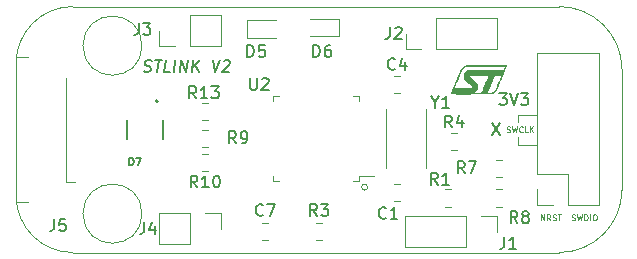
<source format=gto>
%TF.GenerationSoftware,KiCad,Pcbnew,5.1.10*%
%TF.CreationDate,2021-10-08T14:45:48+03:00*%
%TF.ProjectId,Magma_STLink,4d61676d-615f-4535-944c-696e6b2e6b69,rev?*%
%TF.SameCoordinates,Original*%
%TF.FileFunction,Legend,Top*%
%TF.FilePolarity,Positive*%
%FSLAX46Y46*%
G04 Gerber Fmt 4.6, Leading zero omitted, Abs format (unit mm)*
G04 Created by KiCad (PCBNEW 5.1.10) date 2021-10-08 14:45:48*
%MOMM*%
%LPD*%
G01*
G04 APERTURE LIST*
%ADD10C,0.120000*%
%TA.AperFunction,Profile*%
%ADD11C,0.120000*%
%TD*%
%ADD12C,0.200000*%
%ADD13C,0.150000*%
%ADD14C,0.125000*%
%TA.AperFunction,Profile*%
%ADD15C,0.050000*%
%TD*%
%ADD16C,0.010000*%
%ADD17C,0.127000*%
%ADD18C,1.100000*%
%ADD19O,3.500000X1.900000*%
%ADD20R,2.500000X1.100000*%
%ADD21R,2.400000X1.700000*%
%ADD22O,1.700000X1.700000*%
%ADD23R,1.700000X1.700000*%
G04 APERTURE END LIST*
D10*
X64058800Y-62280800D02*
G75*
G03*
X64058800Y-62280800I-254000J0D01*
G01*
X76758800Y-56134000D02*
X76758800Y-56743600D01*
X78435200Y-56134000D02*
X76758800Y-56134000D01*
X76758800Y-58724800D02*
X76758800Y-58013600D01*
X78384400Y-58724800D02*
X76758800Y-58724800D01*
D11*
X44958000Y-64526800D02*
G75*
G03*
X44958000Y-64526800I-2500000J0D01*
G01*
X44958000Y-50302800D02*
G75*
G03*
X44958000Y-50302800I-2500000J0D01*
G01*
D12*
X45101657Y-52474761D02*
X45238561Y-52522380D01*
X45476657Y-52522380D01*
X45577847Y-52474761D01*
X45631419Y-52427142D01*
X45690942Y-52331904D01*
X45702847Y-52236666D01*
X45667133Y-52141428D01*
X45625466Y-52093809D01*
X45536180Y-52046190D01*
X45351657Y-51998571D01*
X45262371Y-51950952D01*
X45220704Y-51903333D01*
X45184990Y-51808095D01*
X45196895Y-51712857D01*
X45256419Y-51617619D01*
X45309990Y-51570000D01*
X45411180Y-51522380D01*
X45649276Y-51522380D01*
X45786180Y-51570000D01*
X46077847Y-51522380D02*
X46649276Y-51522380D01*
X46238561Y-52522380D02*
X46363561Y-51522380D01*
X47333800Y-52522380D02*
X46857609Y-52522380D01*
X46982609Y-51522380D01*
X47667133Y-52522380D02*
X47792133Y-51522380D01*
X48143323Y-52522380D02*
X48268323Y-51522380D01*
X48714752Y-52522380D01*
X48839752Y-51522380D01*
X49190942Y-52522380D02*
X49315942Y-51522380D01*
X49762371Y-52522380D02*
X49405228Y-51950952D01*
X49887371Y-51522380D02*
X49244514Y-52093809D01*
X50934990Y-51522380D02*
X51143323Y-52522380D01*
X51601657Y-51522380D01*
X51875466Y-51617619D02*
X51929038Y-51570000D01*
X52030228Y-51522380D01*
X52268323Y-51522380D01*
X52357609Y-51570000D01*
X52399276Y-51617619D01*
X52434990Y-51712857D01*
X52423085Y-51808095D01*
X52357609Y-51950952D01*
X51714752Y-52522380D01*
X52333800Y-52522380D01*
D13*
X74596666Y-56856380D02*
X75263333Y-57856380D01*
X75263333Y-56856380D02*
X74596666Y-57856380D01*
D14*
X75831047Y-57606380D02*
X75902476Y-57630190D01*
X76021523Y-57630190D01*
X76069142Y-57606380D01*
X76092952Y-57582571D01*
X76116761Y-57534952D01*
X76116761Y-57487333D01*
X76092952Y-57439714D01*
X76069142Y-57415904D01*
X76021523Y-57392095D01*
X75926285Y-57368285D01*
X75878666Y-57344476D01*
X75854857Y-57320666D01*
X75831047Y-57273047D01*
X75831047Y-57225428D01*
X75854857Y-57177809D01*
X75878666Y-57154000D01*
X75926285Y-57130190D01*
X76045333Y-57130190D01*
X76116761Y-57154000D01*
X76283428Y-57130190D02*
X76402476Y-57630190D01*
X76497714Y-57273047D01*
X76592952Y-57630190D01*
X76712000Y-57130190D01*
X77188190Y-57582571D02*
X77164380Y-57606380D01*
X77092952Y-57630190D01*
X77045333Y-57630190D01*
X76973904Y-57606380D01*
X76926285Y-57558761D01*
X76902476Y-57511142D01*
X76878666Y-57415904D01*
X76878666Y-57344476D01*
X76902476Y-57249238D01*
X76926285Y-57201619D01*
X76973904Y-57154000D01*
X77045333Y-57130190D01*
X77092952Y-57130190D01*
X77164380Y-57154000D01*
X77188190Y-57177809D01*
X77640571Y-57630190D02*
X77402476Y-57630190D01*
X77402476Y-57130190D01*
X77807238Y-57630190D02*
X77807238Y-57130190D01*
X78092952Y-57630190D02*
X77878666Y-57344476D01*
X78092952Y-57130190D02*
X77807238Y-57415904D01*
X78731371Y-65097790D02*
X78731371Y-64597790D01*
X79017085Y-65097790D01*
X79017085Y-64597790D01*
X79540895Y-65097790D02*
X79374228Y-64859695D01*
X79255180Y-65097790D02*
X79255180Y-64597790D01*
X79445657Y-64597790D01*
X79493276Y-64621600D01*
X79517085Y-64645409D01*
X79540895Y-64693028D01*
X79540895Y-64764457D01*
X79517085Y-64812076D01*
X79493276Y-64835885D01*
X79445657Y-64859695D01*
X79255180Y-64859695D01*
X79731371Y-65073980D02*
X79802800Y-65097790D01*
X79921847Y-65097790D01*
X79969466Y-65073980D01*
X79993276Y-65050171D01*
X80017085Y-65002552D01*
X80017085Y-64954933D01*
X79993276Y-64907314D01*
X79969466Y-64883504D01*
X79921847Y-64859695D01*
X79826609Y-64835885D01*
X79778990Y-64812076D01*
X79755180Y-64788266D01*
X79731371Y-64740647D01*
X79731371Y-64693028D01*
X79755180Y-64645409D01*
X79778990Y-64621600D01*
X79826609Y-64597790D01*
X79945657Y-64597790D01*
X80017085Y-64621600D01*
X80159942Y-64597790D02*
X80445657Y-64597790D01*
X80302800Y-65097790D02*
X80302800Y-64597790D01*
X81338076Y-65073980D02*
X81409504Y-65097790D01*
X81528552Y-65097790D01*
X81576171Y-65073980D01*
X81599980Y-65050171D01*
X81623790Y-65002552D01*
X81623790Y-64954933D01*
X81599980Y-64907314D01*
X81576171Y-64883504D01*
X81528552Y-64859695D01*
X81433314Y-64835885D01*
X81385695Y-64812076D01*
X81361885Y-64788266D01*
X81338076Y-64740647D01*
X81338076Y-64693028D01*
X81361885Y-64645409D01*
X81385695Y-64621600D01*
X81433314Y-64597790D01*
X81552361Y-64597790D01*
X81623790Y-64621600D01*
X81790457Y-64597790D02*
X81909504Y-65097790D01*
X82004742Y-64740647D01*
X82099980Y-65097790D01*
X82219028Y-64597790D01*
X82409504Y-65097790D02*
X82409504Y-64597790D01*
X82528552Y-64597790D01*
X82599980Y-64621600D01*
X82647600Y-64669219D01*
X82671409Y-64716838D01*
X82695219Y-64812076D01*
X82695219Y-64883504D01*
X82671409Y-64978742D01*
X82647600Y-65026361D01*
X82599980Y-65073980D01*
X82528552Y-65097790D01*
X82409504Y-65097790D01*
X82909504Y-65097790D02*
X82909504Y-64597790D01*
X83242838Y-64597790D02*
X83338076Y-64597790D01*
X83385695Y-64621600D01*
X83433314Y-64669219D01*
X83457123Y-64764457D01*
X83457123Y-64931123D01*
X83433314Y-65026361D01*
X83385695Y-65073980D01*
X83338076Y-65097790D01*
X83242838Y-65097790D01*
X83195219Y-65073980D01*
X83147600Y-65026361D01*
X83123790Y-64931123D01*
X83123790Y-64764457D01*
X83147600Y-64669219D01*
X83195219Y-64621600D01*
X83242838Y-64597790D01*
D13*
X75215904Y-54316380D02*
X75834952Y-54316380D01*
X75501619Y-54697333D01*
X75644476Y-54697333D01*
X75739714Y-54744952D01*
X75787333Y-54792571D01*
X75834952Y-54887809D01*
X75834952Y-55125904D01*
X75787333Y-55221142D01*
X75739714Y-55268761D01*
X75644476Y-55316380D01*
X75358761Y-55316380D01*
X75263523Y-55268761D01*
X75215904Y-55221142D01*
X76120666Y-54316380D02*
X76454000Y-55316380D01*
X76787333Y-54316380D01*
X77025428Y-54316380D02*
X77644476Y-54316380D01*
X77311142Y-54697333D01*
X77454000Y-54697333D01*
X77549238Y-54744952D01*
X77596857Y-54792571D01*
X77644476Y-54887809D01*
X77644476Y-55125904D01*
X77596857Y-55221142D01*
X77549238Y-55268761D01*
X77454000Y-55316380D01*
X77168285Y-55316380D01*
X77073047Y-55268761D01*
X77025428Y-55221142D01*
D15*
X85598000Y-52324000D02*
X85598000Y-62484000D01*
X80264000Y-46990000D02*
G75*
G02*
X85598000Y-52324000I0J-5334000D01*
G01*
X85598000Y-62484000D02*
G75*
G02*
X80264000Y-67818000I-5334000J0D01*
G01*
X43180000Y-67818000D02*
X39116000Y-67818000D01*
X34290000Y-51816000D02*
X34290000Y-62992000D01*
X39116000Y-67818000D02*
G75*
G02*
X34290000Y-62992000I0J4826000D01*
G01*
X34290000Y-51816000D02*
G75*
G02*
X39116000Y-46990000I4826000J0D01*
G01*
X43180000Y-46990000D02*
X39116000Y-46990000D01*
X43180000Y-67818000D02*
X80264000Y-67818000D01*
X43180000Y-46990000D02*
X80264000Y-46990000D01*
D16*
%TO.C,G\u002A\u002A\u002A*%
G36*
X73785116Y-51955677D02*
G01*
X74023546Y-51955699D01*
X74061679Y-51955699D01*
X74263264Y-51955761D01*
X74457989Y-51955942D01*
X74644329Y-51956235D01*
X74820754Y-51956631D01*
X74985737Y-51957124D01*
X75137751Y-51957706D01*
X75275268Y-51958369D01*
X75396760Y-51959107D01*
X75500700Y-51959911D01*
X75585560Y-51960774D01*
X75649812Y-51961689D01*
X75691929Y-51962647D01*
X75710383Y-51963643D01*
X75710984Y-51963782D01*
X75721980Y-51968223D01*
X75731059Y-51973487D01*
X75737710Y-51981053D01*
X75741427Y-51992401D01*
X75741700Y-52009008D01*
X75738021Y-52032355D01*
X75729882Y-52063921D01*
X75716774Y-52105185D01*
X75698190Y-52157625D01*
X75673620Y-52222721D01*
X75642556Y-52301953D01*
X75604491Y-52396798D01*
X75558915Y-52508738D01*
X75505321Y-52639250D01*
X75443199Y-52789813D01*
X75372042Y-52961907D01*
X75347800Y-53020512D01*
X75285077Y-53171891D01*
X75224599Y-53317378D01*
X75167138Y-53455139D01*
X75113470Y-53583337D01*
X75064370Y-53700137D01*
X75020612Y-53803704D01*
X74982971Y-53892201D01*
X74952220Y-53963795D01*
X74929136Y-54016648D01*
X74914493Y-54048927D01*
X74910141Y-54057550D01*
X74849049Y-54140543D01*
X74768563Y-54217069D01*
X74674648Y-54282098D01*
X74598070Y-54320690D01*
X74529950Y-54349650D01*
X72851509Y-54353052D01*
X72609550Y-54353522D01*
X72391722Y-54353892D01*
X72196756Y-54354150D01*
X72023382Y-54354283D01*
X71870332Y-54354279D01*
X71736335Y-54354125D01*
X71620124Y-54353808D01*
X71520429Y-54353317D01*
X71435980Y-54352638D01*
X71365510Y-54351759D01*
X71307747Y-54350667D01*
X71261425Y-54349351D01*
X71225272Y-54347796D01*
X71198021Y-54345992D01*
X71178402Y-54343924D01*
X71165145Y-54341582D01*
X71156982Y-54338951D01*
X71152884Y-54336269D01*
X71136281Y-54307826D01*
X71132700Y-54288746D01*
X71137475Y-54273062D01*
X71151218Y-54236074D01*
X71173058Y-54179896D01*
X71202120Y-54106639D01*
X71237531Y-54018416D01*
X71278420Y-53917340D01*
X71301869Y-53859701D01*
X71357036Y-53859701D01*
X71357335Y-53870765D01*
X71360324Y-53878223D01*
X71362685Y-53881419D01*
X71369041Y-53885259D01*
X71382437Y-53888488D01*
X71404716Y-53891141D01*
X71437721Y-53893254D01*
X71483294Y-53894862D01*
X71543278Y-53896000D01*
X71619517Y-53896705D01*
X71713852Y-53897010D01*
X71828126Y-53896953D01*
X71964183Y-53896567D01*
X72117423Y-53895920D01*
X72273273Y-53895158D01*
X72405713Y-53894404D01*
X72516731Y-53893585D01*
X72608317Y-53892629D01*
X72682460Y-53891465D01*
X72741148Y-53890021D01*
X72786372Y-53888226D01*
X72820119Y-53886006D01*
X72844381Y-53883292D01*
X72861144Y-53880010D01*
X72872400Y-53876089D01*
X72880136Y-53871457D01*
X72883973Y-53868256D01*
X72905115Y-53833700D01*
X72910520Y-53788589D01*
X72903113Y-53754106D01*
X72892201Y-53740905D01*
X72864846Y-53712799D01*
X72823356Y-53672016D01*
X72770038Y-53620782D01*
X72707201Y-53561327D01*
X72637153Y-53495878D01*
X72598818Y-53460376D01*
X72514987Y-53382744D01*
X72447773Y-53319793D01*
X72394953Y-53269166D01*
X72354304Y-53228508D01*
X72323602Y-53195461D01*
X72300627Y-53167670D01*
X72283154Y-53142780D01*
X72268962Y-53118432D01*
X72260330Y-53101551D01*
X72242234Y-53063418D01*
X72230292Y-53032044D01*
X72223227Y-53000357D01*
X72219767Y-52961291D01*
X72218638Y-52907777D01*
X72218550Y-52869708D01*
X72218553Y-52868973D01*
X72644000Y-52868973D01*
X72645950Y-52882217D01*
X72653137Y-52897822D01*
X72667560Y-52917941D01*
X72691222Y-52944728D01*
X72726122Y-52980336D01*
X72774263Y-53026921D01*
X72837645Y-53086635D01*
X72901175Y-53145775D01*
X72990791Y-53229070D01*
X73063757Y-53297346D01*
X73122115Y-53352775D01*
X73167910Y-53397533D01*
X73203186Y-53433793D01*
X73229988Y-53463728D01*
X73250361Y-53489513D01*
X73266348Y-53513322D01*
X73279995Y-53537328D01*
X73292387Y-53561755D01*
X73330677Y-53667023D01*
X73345665Y-53776116D01*
X73338352Y-53885484D01*
X73309743Y-53991577D01*
X73260839Y-54090843D01*
X73192643Y-54179732D01*
X73106157Y-54254694D01*
X73094444Y-54262687D01*
X73059120Y-54286778D01*
X73034114Y-54305049D01*
X73025000Y-54313348D01*
X73037126Y-54314607D01*
X73071209Y-54315732D01*
X73123806Y-54316673D01*
X73191475Y-54317380D01*
X73270771Y-54317801D01*
X73334743Y-54317900D01*
X73432580Y-54317740D01*
X73508201Y-54317122D01*
X73564789Y-54315834D01*
X73605526Y-54313665D01*
X73633597Y-54310403D01*
X73652182Y-54305837D01*
X73664466Y-54299756D01*
X73669706Y-54295675D01*
X73676442Y-54288890D01*
X73681292Y-54282394D01*
X74142600Y-54282394D01*
X74147759Y-54304642D01*
X74151066Y-54309433D01*
X74168289Y-54314029D01*
X74204915Y-54316791D01*
X74255019Y-54317819D01*
X74312679Y-54317212D01*
X74371970Y-54315070D01*
X74426968Y-54311493D01*
X74471751Y-54306582D01*
X74488049Y-54303744D01*
X74603001Y-54266993D01*
X74706747Y-54208623D01*
X74796508Y-54130979D01*
X74869507Y-54036403D01*
X74917459Y-53941570D01*
X74931445Y-53907190D01*
X74953331Y-53854228D01*
X74981114Y-53787491D01*
X75012791Y-53711788D01*
X75046360Y-53631927D01*
X75054317Y-53613050D01*
X75117536Y-53462405D01*
X75175418Y-53322953D01*
X75227375Y-53196184D01*
X75272818Y-53083591D01*
X75311156Y-52986666D01*
X75341801Y-52906900D01*
X75364164Y-52845785D01*
X75377655Y-52804812D01*
X75381685Y-52785475D01*
X75381516Y-52784706D01*
X75373638Y-52779278D01*
X75353046Y-52775118D01*
X75317275Y-52772092D01*
X75263860Y-52770069D01*
X75190336Y-52768918D01*
X75094238Y-52768506D01*
X75078416Y-52768500D01*
X74983150Y-52768657D01*
X74910093Y-52769278D01*
X74856055Y-52770588D01*
X74817846Y-52772812D01*
X74792277Y-52776175D01*
X74776156Y-52780900D01*
X74766296Y-52787213D01*
X74762974Y-52790725D01*
X74756046Y-52799342D01*
X74749341Y-52809204D01*
X74741664Y-52823030D01*
X74731819Y-52843543D01*
X74718613Y-52873462D01*
X74700851Y-52915510D01*
X74677338Y-52972409D01*
X74646881Y-53046878D01*
X74608284Y-53141640D01*
X74599917Y-53162200D01*
X74566669Y-53243550D01*
X74525884Y-53342775D01*
X74479856Y-53454330D01*
X74430878Y-53572668D01*
X74381244Y-53692244D01*
X74333245Y-53807512D01*
X74315701Y-53849536D01*
X74275465Y-53946342D01*
X74238541Y-54036163D01*
X74206045Y-54116206D01*
X74179093Y-54183680D01*
X74158803Y-54235792D01*
X74146290Y-54269750D01*
X74142600Y-54282394D01*
X73681292Y-54282394D01*
X73683776Y-54279068D01*
X73692572Y-54264231D01*
X73703695Y-54242399D01*
X73718009Y-54211596D01*
X73736377Y-54169841D01*
X73759665Y-54115156D01*
X73788736Y-54045564D01*
X73824454Y-53959085D01*
X73867684Y-53853741D01*
X73919290Y-53727553D01*
X73940123Y-53676550D01*
X73982666Y-53572598D01*
X74030264Y-53456672D01*
X74079505Y-53337063D01*
X74126973Y-53222059D01*
X74169254Y-53119952D01*
X74179796Y-53094567D01*
X74212401Y-53015117D01*
X74241426Y-52942468D01*
X74265494Y-52880224D01*
X74283230Y-52831991D01*
X74293257Y-52801370D01*
X74295000Y-52792942D01*
X74294375Y-52787969D01*
X74291265Y-52783720D01*
X74283818Y-52780139D01*
X74270181Y-52777168D01*
X74248501Y-52774751D01*
X74216927Y-52772830D01*
X74173604Y-52771349D01*
X74116681Y-52770251D01*
X74044306Y-52769478D01*
X73954625Y-52768973D01*
X73845786Y-52768680D01*
X73715936Y-52768542D01*
X73563223Y-52768501D01*
X73500672Y-52768500D01*
X72706345Y-52768500D01*
X72675172Y-52799672D01*
X72649772Y-52839015D01*
X72644000Y-52868973D01*
X72218553Y-52868973D01*
X72218869Y-52805855D01*
X72220774Y-52760138D01*
X72225683Y-52725294D01*
X72235012Y-52694058D01*
X72250181Y-52659167D01*
X72265980Y-52626762D01*
X72322386Y-52534023D01*
X72392110Y-52460255D01*
X72479665Y-52401041D01*
X72514718Y-52383239D01*
X72599550Y-52343050D01*
X74091800Y-52336469D01*
X74284253Y-52335595D01*
X74469522Y-52334707D01*
X74646034Y-52333813D01*
X74812218Y-52332924D01*
X74966502Y-52332050D01*
X75107317Y-52331201D01*
X75233091Y-52330387D01*
X75342252Y-52329618D01*
X75433229Y-52328903D01*
X75504452Y-52328254D01*
X75554349Y-52327679D01*
X75581349Y-52327190D01*
X75585903Y-52326944D01*
X75597819Y-52303060D01*
X75614122Y-52263910D01*
X75632867Y-52215012D01*
X75652112Y-52161880D01*
X75669911Y-52110033D01*
X75684321Y-52064986D01*
X75693398Y-52032257D01*
X75695199Y-52017360D01*
X75695061Y-52017181D01*
X75681182Y-52015816D01*
X75643320Y-52014556D01*
X75582889Y-52013406D01*
X75501307Y-52012373D01*
X75399989Y-52011465D01*
X75280351Y-52010686D01*
X75143809Y-52010045D01*
X74991779Y-52009547D01*
X74825677Y-52009198D01*
X74646920Y-52009007D01*
X74456922Y-52008978D01*
X74257100Y-52009118D01*
X74048871Y-52009434D01*
X74021129Y-52009489D01*
X72358250Y-52012850D01*
X72282454Y-52048340D01*
X72182168Y-52104808D01*
X72098146Y-52171707D01*
X72034726Y-52245548D01*
X72031798Y-52249930D01*
X72015993Y-52278415D01*
X71992336Y-52327017D01*
X71962379Y-52392259D01*
X71927674Y-52470664D01*
X71889774Y-52558756D01*
X71850232Y-52653055D01*
X71831473Y-52698650D01*
X71785702Y-52810186D01*
X71735773Y-52931133D01*
X71684421Y-53054913D01*
X71634384Y-53174946D01*
X71588396Y-53284651D01*
X71549195Y-53377450D01*
X71548919Y-53378100D01*
X71498470Y-53496992D01*
X71457206Y-53594727D01*
X71424314Y-53673500D01*
X71398983Y-53735503D01*
X71380402Y-53782931D01*
X71367758Y-53817978D01*
X71360240Y-53842837D01*
X71357036Y-53859701D01*
X71301869Y-53859701D01*
X71323912Y-53805522D01*
X71373135Y-53685075D01*
X71425216Y-53558112D01*
X71479282Y-53426745D01*
X71534460Y-53293087D01*
X71589877Y-53159249D01*
X71644660Y-53027345D01*
X71697937Y-52899488D01*
X71748833Y-52777788D01*
X71796478Y-52664359D01*
X71839996Y-52561314D01*
X71878516Y-52470764D01*
X71911164Y-52394823D01*
X71937068Y-52335602D01*
X71955355Y-52295214D01*
X71962825Y-52279906D01*
X72021124Y-52192268D01*
X72097444Y-52112646D01*
X72184414Y-52048412D01*
X72207240Y-52035471D01*
X72228157Y-52024136D01*
X72246995Y-52013926D01*
X72265117Y-52004783D01*
X72283887Y-51996648D01*
X72304670Y-51989462D01*
X72328827Y-51983166D01*
X72357724Y-51977702D01*
X72392724Y-51973012D01*
X72435190Y-51969036D01*
X72486486Y-51965715D01*
X72547977Y-51962992D01*
X72621024Y-51960807D01*
X72706993Y-51959102D01*
X72807247Y-51957819D01*
X72923149Y-51956898D01*
X73056063Y-51956280D01*
X73207354Y-51955908D01*
X73378383Y-51955723D01*
X73570516Y-51955665D01*
X73785116Y-51955677D01*
G37*
X73785116Y-51955677D02*
X74023546Y-51955699D01*
X74061679Y-51955699D01*
X74263264Y-51955761D01*
X74457989Y-51955942D01*
X74644329Y-51956235D01*
X74820754Y-51956631D01*
X74985737Y-51957124D01*
X75137751Y-51957706D01*
X75275268Y-51958369D01*
X75396760Y-51959107D01*
X75500700Y-51959911D01*
X75585560Y-51960774D01*
X75649812Y-51961689D01*
X75691929Y-51962647D01*
X75710383Y-51963643D01*
X75710984Y-51963782D01*
X75721980Y-51968223D01*
X75731059Y-51973487D01*
X75737710Y-51981053D01*
X75741427Y-51992401D01*
X75741700Y-52009008D01*
X75738021Y-52032355D01*
X75729882Y-52063921D01*
X75716774Y-52105185D01*
X75698190Y-52157625D01*
X75673620Y-52222721D01*
X75642556Y-52301953D01*
X75604491Y-52396798D01*
X75558915Y-52508738D01*
X75505321Y-52639250D01*
X75443199Y-52789813D01*
X75372042Y-52961907D01*
X75347800Y-53020512D01*
X75285077Y-53171891D01*
X75224599Y-53317378D01*
X75167138Y-53455139D01*
X75113470Y-53583337D01*
X75064370Y-53700137D01*
X75020612Y-53803704D01*
X74982971Y-53892201D01*
X74952220Y-53963795D01*
X74929136Y-54016648D01*
X74914493Y-54048927D01*
X74910141Y-54057550D01*
X74849049Y-54140543D01*
X74768563Y-54217069D01*
X74674648Y-54282098D01*
X74598070Y-54320690D01*
X74529950Y-54349650D01*
X72851509Y-54353052D01*
X72609550Y-54353522D01*
X72391722Y-54353892D01*
X72196756Y-54354150D01*
X72023382Y-54354283D01*
X71870332Y-54354279D01*
X71736335Y-54354125D01*
X71620124Y-54353808D01*
X71520429Y-54353317D01*
X71435980Y-54352638D01*
X71365510Y-54351759D01*
X71307747Y-54350667D01*
X71261425Y-54349351D01*
X71225272Y-54347796D01*
X71198021Y-54345992D01*
X71178402Y-54343924D01*
X71165145Y-54341582D01*
X71156982Y-54338951D01*
X71152884Y-54336269D01*
X71136281Y-54307826D01*
X71132700Y-54288746D01*
X71137475Y-54273062D01*
X71151218Y-54236074D01*
X71173058Y-54179896D01*
X71202120Y-54106639D01*
X71237531Y-54018416D01*
X71278420Y-53917340D01*
X71301869Y-53859701D01*
X71357036Y-53859701D01*
X71357335Y-53870765D01*
X71360324Y-53878223D01*
X71362685Y-53881419D01*
X71369041Y-53885259D01*
X71382437Y-53888488D01*
X71404716Y-53891141D01*
X71437721Y-53893254D01*
X71483294Y-53894862D01*
X71543278Y-53896000D01*
X71619517Y-53896705D01*
X71713852Y-53897010D01*
X71828126Y-53896953D01*
X71964183Y-53896567D01*
X72117423Y-53895920D01*
X72273273Y-53895158D01*
X72405713Y-53894404D01*
X72516731Y-53893585D01*
X72608317Y-53892629D01*
X72682460Y-53891465D01*
X72741148Y-53890021D01*
X72786372Y-53888226D01*
X72820119Y-53886006D01*
X72844381Y-53883292D01*
X72861144Y-53880010D01*
X72872400Y-53876089D01*
X72880136Y-53871457D01*
X72883973Y-53868256D01*
X72905115Y-53833700D01*
X72910520Y-53788589D01*
X72903113Y-53754106D01*
X72892201Y-53740905D01*
X72864846Y-53712799D01*
X72823356Y-53672016D01*
X72770038Y-53620782D01*
X72707201Y-53561327D01*
X72637153Y-53495878D01*
X72598818Y-53460376D01*
X72514987Y-53382744D01*
X72447773Y-53319793D01*
X72394953Y-53269166D01*
X72354304Y-53228508D01*
X72323602Y-53195461D01*
X72300627Y-53167670D01*
X72283154Y-53142780D01*
X72268962Y-53118432D01*
X72260330Y-53101551D01*
X72242234Y-53063418D01*
X72230292Y-53032044D01*
X72223227Y-53000357D01*
X72219767Y-52961291D01*
X72218638Y-52907777D01*
X72218550Y-52869708D01*
X72218553Y-52868973D01*
X72644000Y-52868973D01*
X72645950Y-52882217D01*
X72653137Y-52897822D01*
X72667560Y-52917941D01*
X72691222Y-52944728D01*
X72726122Y-52980336D01*
X72774263Y-53026921D01*
X72837645Y-53086635D01*
X72901175Y-53145775D01*
X72990791Y-53229070D01*
X73063757Y-53297346D01*
X73122115Y-53352775D01*
X73167910Y-53397533D01*
X73203186Y-53433793D01*
X73229988Y-53463728D01*
X73250361Y-53489513D01*
X73266348Y-53513322D01*
X73279995Y-53537328D01*
X73292387Y-53561755D01*
X73330677Y-53667023D01*
X73345665Y-53776116D01*
X73338352Y-53885484D01*
X73309743Y-53991577D01*
X73260839Y-54090843D01*
X73192643Y-54179732D01*
X73106157Y-54254694D01*
X73094444Y-54262687D01*
X73059120Y-54286778D01*
X73034114Y-54305049D01*
X73025000Y-54313348D01*
X73037126Y-54314607D01*
X73071209Y-54315732D01*
X73123806Y-54316673D01*
X73191475Y-54317380D01*
X73270771Y-54317801D01*
X73334743Y-54317900D01*
X73432580Y-54317740D01*
X73508201Y-54317122D01*
X73564789Y-54315834D01*
X73605526Y-54313665D01*
X73633597Y-54310403D01*
X73652182Y-54305837D01*
X73664466Y-54299756D01*
X73669706Y-54295675D01*
X73676442Y-54288890D01*
X73681292Y-54282394D01*
X74142600Y-54282394D01*
X74147759Y-54304642D01*
X74151066Y-54309433D01*
X74168289Y-54314029D01*
X74204915Y-54316791D01*
X74255019Y-54317819D01*
X74312679Y-54317212D01*
X74371970Y-54315070D01*
X74426968Y-54311493D01*
X74471751Y-54306582D01*
X74488049Y-54303744D01*
X74603001Y-54266993D01*
X74706747Y-54208623D01*
X74796508Y-54130979D01*
X74869507Y-54036403D01*
X74917459Y-53941570D01*
X74931445Y-53907190D01*
X74953331Y-53854228D01*
X74981114Y-53787491D01*
X75012791Y-53711788D01*
X75046360Y-53631927D01*
X75054317Y-53613050D01*
X75117536Y-53462405D01*
X75175418Y-53322953D01*
X75227375Y-53196184D01*
X75272818Y-53083591D01*
X75311156Y-52986666D01*
X75341801Y-52906900D01*
X75364164Y-52845785D01*
X75377655Y-52804812D01*
X75381685Y-52785475D01*
X75381516Y-52784706D01*
X75373638Y-52779278D01*
X75353046Y-52775118D01*
X75317275Y-52772092D01*
X75263860Y-52770069D01*
X75190336Y-52768918D01*
X75094238Y-52768506D01*
X75078416Y-52768500D01*
X74983150Y-52768657D01*
X74910093Y-52769278D01*
X74856055Y-52770588D01*
X74817846Y-52772812D01*
X74792277Y-52776175D01*
X74776156Y-52780900D01*
X74766296Y-52787213D01*
X74762974Y-52790725D01*
X74756046Y-52799342D01*
X74749341Y-52809204D01*
X74741664Y-52823030D01*
X74731819Y-52843543D01*
X74718613Y-52873462D01*
X74700851Y-52915510D01*
X74677338Y-52972409D01*
X74646881Y-53046878D01*
X74608284Y-53141640D01*
X74599917Y-53162200D01*
X74566669Y-53243550D01*
X74525884Y-53342775D01*
X74479856Y-53454330D01*
X74430878Y-53572668D01*
X74381244Y-53692244D01*
X74333245Y-53807512D01*
X74315701Y-53849536D01*
X74275465Y-53946342D01*
X74238541Y-54036163D01*
X74206045Y-54116206D01*
X74179093Y-54183680D01*
X74158803Y-54235792D01*
X74146290Y-54269750D01*
X74142600Y-54282394D01*
X73681292Y-54282394D01*
X73683776Y-54279068D01*
X73692572Y-54264231D01*
X73703695Y-54242399D01*
X73718009Y-54211596D01*
X73736377Y-54169841D01*
X73759665Y-54115156D01*
X73788736Y-54045564D01*
X73824454Y-53959085D01*
X73867684Y-53853741D01*
X73919290Y-53727553D01*
X73940123Y-53676550D01*
X73982666Y-53572598D01*
X74030264Y-53456672D01*
X74079505Y-53337063D01*
X74126973Y-53222059D01*
X74169254Y-53119952D01*
X74179796Y-53094567D01*
X74212401Y-53015117D01*
X74241426Y-52942468D01*
X74265494Y-52880224D01*
X74283230Y-52831991D01*
X74293257Y-52801370D01*
X74295000Y-52792942D01*
X74294375Y-52787969D01*
X74291265Y-52783720D01*
X74283818Y-52780139D01*
X74270181Y-52777168D01*
X74248501Y-52774751D01*
X74216927Y-52772830D01*
X74173604Y-52771349D01*
X74116681Y-52770251D01*
X74044306Y-52769478D01*
X73954625Y-52768973D01*
X73845786Y-52768680D01*
X73715936Y-52768542D01*
X73563223Y-52768501D01*
X73500672Y-52768500D01*
X72706345Y-52768500D01*
X72675172Y-52799672D01*
X72649772Y-52839015D01*
X72644000Y-52868973D01*
X72218553Y-52868973D01*
X72218869Y-52805855D01*
X72220774Y-52760138D01*
X72225683Y-52725294D01*
X72235012Y-52694058D01*
X72250181Y-52659167D01*
X72265980Y-52626762D01*
X72322386Y-52534023D01*
X72392110Y-52460255D01*
X72479665Y-52401041D01*
X72514718Y-52383239D01*
X72599550Y-52343050D01*
X74091800Y-52336469D01*
X74284253Y-52335595D01*
X74469522Y-52334707D01*
X74646034Y-52333813D01*
X74812218Y-52332924D01*
X74966502Y-52332050D01*
X75107317Y-52331201D01*
X75233091Y-52330387D01*
X75342252Y-52329618D01*
X75433229Y-52328903D01*
X75504452Y-52328254D01*
X75554349Y-52327679D01*
X75581349Y-52327190D01*
X75585903Y-52326944D01*
X75597819Y-52303060D01*
X75614122Y-52263910D01*
X75632867Y-52215012D01*
X75652112Y-52161880D01*
X75669911Y-52110033D01*
X75684321Y-52064986D01*
X75693398Y-52032257D01*
X75695199Y-52017360D01*
X75695061Y-52017181D01*
X75681182Y-52015816D01*
X75643320Y-52014556D01*
X75582889Y-52013406D01*
X75501307Y-52012373D01*
X75399989Y-52011465D01*
X75280351Y-52010686D01*
X75143809Y-52010045D01*
X74991779Y-52009547D01*
X74825677Y-52009198D01*
X74646920Y-52009007D01*
X74456922Y-52008978D01*
X74257100Y-52009118D01*
X74048871Y-52009434D01*
X74021129Y-52009489D01*
X72358250Y-52012850D01*
X72282454Y-52048340D01*
X72182168Y-52104808D01*
X72098146Y-52171707D01*
X72034726Y-52245548D01*
X72031798Y-52249930D01*
X72015993Y-52278415D01*
X71992336Y-52327017D01*
X71962379Y-52392259D01*
X71927674Y-52470664D01*
X71889774Y-52558756D01*
X71850232Y-52653055D01*
X71831473Y-52698650D01*
X71785702Y-52810186D01*
X71735773Y-52931133D01*
X71684421Y-53054913D01*
X71634384Y-53174946D01*
X71588396Y-53284651D01*
X71549195Y-53377450D01*
X71548919Y-53378100D01*
X71498470Y-53496992D01*
X71457206Y-53594727D01*
X71424314Y-53673500D01*
X71398983Y-53735503D01*
X71380402Y-53782931D01*
X71367758Y-53817978D01*
X71360240Y-53842837D01*
X71357036Y-53859701D01*
X71301869Y-53859701D01*
X71323912Y-53805522D01*
X71373135Y-53685075D01*
X71425216Y-53558112D01*
X71479282Y-53426745D01*
X71534460Y-53293087D01*
X71589877Y-53159249D01*
X71644660Y-53027345D01*
X71697937Y-52899488D01*
X71748833Y-52777788D01*
X71796478Y-52664359D01*
X71839996Y-52561314D01*
X71878516Y-52470764D01*
X71911164Y-52394823D01*
X71937068Y-52335602D01*
X71955355Y-52295214D01*
X71962825Y-52279906D01*
X72021124Y-52192268D01*
X72097444Y-52112646D01*
X72184414Y-52048412D01*
X72207240Y-52035471D01*
X72228157Y-52024136D01*
X72246995Y-52013926D01*
X72265117Y-52004783D01*
X72283887Y-51996648D01*
X72304670Y-51989462D01*
X72328827Y-51983166D01*
X72357724Y-51977702D01*
X72392724Y-51973012D01*
X72435190Y-51969036D01*
X72486486Y-51965715D01*
X72547977Y-51962992D01*
X72621024Y-51960807D01*
X72706993Y-51959102D01*
X72807247Y-51957819D01*
X72923149Y-51956898D01*
X73056063Y-51956280D01*
X73207354Y-51955908D01*
X73378383Y-51955723D01*
X73570516Y-51955665D01*
X73785116Y-51955677D01*
D10*
%TO.C,J5*%
X38500000Y-61804000D02*
X39255000Y-61804000D01*
X35330000Y-51259000D02*
X34280000Y-51259000D01*
X35330000Y-63549000D02*
X34280000Y-63549000D01*
X38500000Y-61804000D02*
X38500000Y-53004000D01*
%TO.C,Y1*%
X65600000Y-60666000D02*
X65600000Y-55666000D01*
X69020000Y-60666000D02*
X69020000Y-55666000D01*
%TO.C,U2*%
X56530000Y-54556000D02*
X56080000Y-54556000D01*
X56080000Y-54556000D02*
X56080000Y-55006000D01*
X62850000Y-54556000D02*
X63300000Y-54556000D01*
X63300000Y-54556000D02*
X63300000Y-55006000D01*
X56530000Y-61776000D02*
X56080000Y-61776000D01*
X56080000Y-61776000D02*
X56080000Y-61326000D01*
X62850000Y-61776000D02*
X63300000Y-61776000D01*
X63300000Y-61776000D02*
X63300000Y-61326000D01*
X63300000Y-61326000D02*
X64590000Y-61326000D01*
%TO.C,STLINK_CONN1*%
X83626000Y-63784000D02*
X81026000Y-63784000D01*
X83626000Y-63784000D02*
X83626000Y-50964000D01*
X83626000Y-50964000D02*
X78426000Y-50964000D01*
X78426000Y-61184000D02*
X78426000Y-50964000D01*
X81026000Y-61184000D02*
X78426000Y-61184000D01*
X81026000Y-63784000D02*
X81026000Y-61184000D01*
X78426000Y-63784000D02*
X78426000Y-62454000D01*
X79756000Y-63784000D02*
X78426000Y-63784000D01*
%TO.C,R13*%
X50519064Y-56615000D02*
X50064936Y-56615000D01*
X50519064Y-55145000D02*
X50064936Y-55145000D01*
%TO.C,R10*%
X50519064Y-60933000D02*
X50064936Y-60933000D01*
X50519064Y-59463000D02*
X50064936Y-59463000D01*
%TO.C,R9*%
X50519064Y-58901000D02*
X50064936Y-58901000D01*
X50519064Y-57431000D02*
X50064936Y-57431000D01*
%TO.C,R8*%
X74956936Y-62460200D02*
X75411064Y-62460200D01*
X74956936Y-63930200D02*
X75411064Y-63930200D01*
%TO.C,R7*%
X74956936Y-59971000D02*
X75411064Y-59971000D01*
X74956936Y-61441000D02*
X75411064Y-61441000D01*
%TO.C,R4*%
X71146936Y-57685000D02*
X71601064Y-57685000D01*
X71146936Y-59155000D02*
X71601064Y-59155000D01*
%TO.C,R3*%
X60155064Y-66775000D02*
X59700936Y-66775000D01*
X60155064Y-65305000D02*
X59700936Y-65305000D01*
%TO.C,R1*%
X71093064Y-63930200D02*
X70638936Y-63930200D01*
X71093064Y-62460200D02*
X70638936Y-62460200D01*
%TO.C,J4*%
X46422000Y-64456000D02*
X46422000Y-67116000D01*
X49022000Y-64456000D02*
X46422000Y-64456000D01*
X49022000Y-67116000D02*
X46422000Y-67116000D01*
X49022000Y-64456000D02*
X49022000Y-67116000D01*
X50292000Y-64456000D02*
X51622000Y-64456000D01*
X51622000Y-64456000D02*
X51622000Y-65786000D01*
%TO.C,J3*%
X51612000Y-50352000D02*
X51612000Y-47692000D01*
X49012000Y-50352000D02*
X51612000Y-50352000D01*
X49012000Y-47692000D02*
X51612000Y-47692000D01*
X49012000Y-50352000D02*
X49012000Y-47692000D01*
X47742000Y-50352000D02*
X46412000Y-50352000D01*
X46412000Y-50352000D02*
X46412000Y-49022000D01*
%TO.C,J2*%
X75020000Y-50606000D02*
X75020000Y-47946000D01*
X69880000Y-50606000D02*
X75020000Y-50606000D01*
X69880000Y-47946000D02*
X75020000Y-47946000D01*
X69880000Y-50606000D02*
X69880000Y-47946000D01*
X68610000Y-50606000D02*
X67280000Y-50606000D01*
X67280000Y-50606000D02*
X67280000Y-49276000D01*
%TO.C,J1*%
X67250000Y-64710000D02*
X67250000Y-67370000D01*
X72390000Y-64710000D02*
X67250000Y-64710000D01*
X72390000Y-67370000D02*
X67250000Y-67370000D01*
X72390000Y-64710000D02*
X72390000Y-67370000D01*
X73660000Y-64710000D02*
X74990000Y-64710000D01*
X74990000Y-64710000D02*
X74990000Y-66040000D01*
D17*
%TO.C,D7*%
X46776000Y-56591500D02*
X46776000Y-58216500D01*
X43648000Y-56591500D02*
X43648000Y-58216500D01*
D12*
X46312000Y-55004000D02*
G75*
G03*
X46312000Y-55004000I-100000J0D01*
G01*
D10*
%TO.C,D6*%
X59144000Y-49503000D02*
X61604000Y-49503000D01*
X61604000Y-49503000D02*
X61604000Y-48033000D01*
X61604000Y-48033000D02*
X59144000Y-48033000D01*
%TO.C,D5*%
X56313000Y-48160000D02*
X53853000Y-48160000D01*
X53853000Y-48160000D02*
X53853000Y-49630000D01*
X53853000Y-49630000D02*
X56313000Y-49630000D01*
%TO.C,C7*%
X55633252Y-66775000D02*
X55110748Y-66775000D01*
X55633252Y-65305000D02*
X55110748Y-65305000D01*
%TO.C,C4*%
X66286748Y-52859000D02*
X66809252Y-52859000D01*
X66286748Y-54329000D02*
X66809252Y-54329000D01*
%TO.C,C1*%
X66265248Y-62003000D02*
X66787752Y-62003000D01*
X66265248Y-63473000D02*
X66787752Y-63473000D01*
%TD*%
%TO.C,J5*%
D13*
X37512666Y-64984380D02*
X37512666Y-65698666D01*
X37465047Y-65841523D01*
X37369809Y-65936761D01*
X37226952Y-65984380D01*
X37131714Y-65984380D01*
X38465047Y-64984380D02*
X37988857Y-64984380D01*
X37941238Y-65460571D01*
X37988857Y-65412952D01*
X38084095Y-65365333D01*
X38322190Y-65365333D01*
X38417428Y-65412952D01*
X38465047Y-65460571D01*
X38512666Y-65555809D01*
X38512666Y-65793904D01*
X38465047Y-65889142D01*
X38417428Y-65936761D01*
X38322190Y-65984380D01*
X38084095Y-65984380D01*
X37988857Y-65936761D01*
X37941238Y-65889142D01*
%TO.C,Y1*%
X69780209Y-55094190D02*
X69780209Y-55570380D01*
X69446876Y-54570380D02*
X69780209Y-55094190D01*
X70113542Y-54570380D01*
X70970685Y-55570380D02*
X70399257Y-55570380D01*
X70684971Y-55570380D02*
X70684971Y-54570380D01*
X70589733Y-54713238D01*
X70494495Y-54808476D01*
X70399257Y-54856095D01*
%TO.C,U2*%
X54102095Y-53046380D02*
X54102095Y-53855904D01*
X54149714Y-53951142D01*
X54197333Y-53998761D01*
X54292571Y-54046380D01*
X54483047Y-54046380D01*
X54578285Y-53998761D01*
X54625904Y-53951142D01*
X54673523Y-53855904D01*
X54673523Y-53046380D01*
X55102095Y-53141619D02*
X55149714Y-53094000D01*
X55244952Y-53046380D01*
X55483047Y-53046380D01*
X55578285Y-53094000D01*
X55625904Y-53141619D01*
X55673523Y-53236857D01*
X55673523Y-53332095D01*
X55625904Y-53474952D01*
X55054476Y-54046380D01*
X55673523Y-54046380D01*
%TO.C,R13*%
X49547542Y-54757580D02*
X49214209Y-54281390D01*
X48976114Y-54757580D02*
X48976114Y-53757580D01*
X49357066Y-53757580D01*
X49452304Y-53805200D01*
X49499923Y-53852819D01*
X49547542Y-53948057D01*
X49547542Y-54090914D01*
X49499923Y-54186152D01*
X49452304Y-54233771D01*
X49357066Y-54281390D01*
X48976114Y-54281390D01*
X50499923Y-54757580D02*
X49928495Y-54757580D01*
X50214209Y-54757580D02*
X50214209Y-53757580D01*
X50118971Y-53900438D01*
X50023733Y-53995676D01*
X49928495Y-54043295D01*
X50833257Y-53757580D02*
X51452304Y-53757580D01*
X51118971Y-54138533D01*
X51261828Y-54138533D01*
X51357066Y-54186152D01*
X51404685Y-54233771D01*
X51452304Y-54329009D01*
X51452304Y-54567104D01*
X51404685Y-54662342D01*
X51357066Y-54709961D01*
X51261828Y-54757580D01*
X50976114Y-54757580D01*
X50880876Y-54709961D01*
X50833257Y-54662342D01*
%TO.C,R10*%
X49649142Y-62300380D02*
X49315809Y-61824190D01*
X49077714Y-62300380D02*
X49077714Y-61300380D01*
X49458666Y-61300380D01*
X49553904Y-61348000D01*
X49601523Y-61395619D01*
X49649142Y-61490857D01*
X49649142Y-61633714D01*
X49601523Y-61728952D01*
X49553904Y-61776571D01*
X49458666Y-61824190D01*
X49077714Y-61824190D01*
X50601523Y-62300380D02*
X50030095Y-62300380D01*
X50315809Y-62300380D02*
X50315809Y-61300380D01*
X50220571Y-61443238D01*
X50125333Y-61538476D01*
X50030095Y-61586095D01*
X51220571Y-61300380D02*
X51315809Y-61300380D01*
X51411047Y-61348000D01*
X51458666Y-61395619D01*
X51506285Y-61490857D01*
X51553904Y-61681333D01*
X51553904Y-61919428D01*
X51506285Y-62109904D01*
X51458666Y-62205142D01*
X51411047Y-62252761D01*
X51315809Y-62300380D01*
X51220571Y-62300380D01*
X51125333Y-62252761D01*
X51077714Y-62205142D01*
X51030095Y-62109904D01*
X50982476Y-61919428D01*
X50982476Y-61681333D01*
X51030095Y-61490857D01*
X51077714Y-61395619D01*
X51125333Y-61348000D01*
X51220571Y-61300380D01*
%TO.C,R9*%
X52919333Y-58567580D02*
X52586000Y-58091390D01*
X52347904Y-58567580D02*
X52347904Y-57567580D01*
X52728857Y-57567580D01*
X52824095Y-57615200D01*
X52871714Y-57662819D01*
X52919333Y-57758057D01*
X52919333Y-57900914D01*
X52871714Y-57996152D01*
X52824095Y-58043771D01*
X52728857Y-58091390D01*
X52347904Y-58091390D01*
X53395523Y-58567580D02*
X53586000Y-58567580D01*
X53681238Y-58519961D01*
X53728857Y-58472342D01*
X53824095Y-58329485D01*
X53871714Y-58139009D01*
X53871714Y-57758057D01*
X53824095Y-57662819D01*
X53776476Y-57615200D01*
X53681238Y-57567580D01*
X53490761Y-57567580D01*
X53395523Y-57615200D01*
X53347904Y-57662819D01*
X53300285Y-57758057D01*
X53300285Y-57996152D01*
X53347904Y-58091390D01*
X53395523Y-58139009D01*
X53490761Y-58186628D01*
X53681238Y-58186628D01*
X53776476Y-58139009D01*
X53824095Y-58091390D01*
X53871714Y-57996152D01*
%TO.C,R8*%
X76744533Y-65323980D02*
X76411200Y-64847790D01*
X76173104Y-65323980D02*
X76173104Y-64323980D01*
X76554057Y-64323980D01*
X76649295Y-64371600D01*
X76696914Y-64419219D01*
X76744533Y-64514457D01*
X76744533Y-64657314D01*
X76696914Y-64752552D01*
X76649295Y-64800171D01*
X76554057Y-64847790D01*
X76173104Y-64847790D01*
X77315961Y-64752552D02*
X77220723Y-64704933D01*
X77173104Y-64657314D01*
X77125485Y-64562076D01*
X77125485Y-64514457D01*
X77173104Y-64419219D01*
X77220723Y-64371600D01*
X77315961Y-64323980D01*
X77506438Y-64323980D01*
X77601676Y-64371600D01*
X77649295Y-64419219D01*
X77696914Y-64514457D01*
X77696914Y-64562076D01*
X77649295Y-64657314D01*
X77601676Y-64704933D01*
X77506438Y-64752552D01*
X77315961Y-64752552D01*
X77220723Y-64800171D01*
X77173104Y-64847790D01*
X77125485Y-64943028D01*
X77125485Y-65133504D01*
X77173104Y-65228742D01*
X77220723Y-65276361D01*
X77315961Y-65323980D01*
X77506438Y-65323980D01*
X77601676Y-65276361D01*
X77649295Y-65228742D01*
X77696914Y-65133504D01*
X77696914Y-64943028D01*
X77649295Y-64847790D01*
X77601676Y-64800171D01*
X77506438Y-64752552D01*
%TO.C,R7*%
X72274133Y-61107580D02*
X71940800Y-60631390D01*
X71702704Y-61107580D02*
X71702704Y-60107580D01*
X72083657Y-60107580D01*
X72178895Y-60155200D01*
X72226514Y-60202819D01*
X72274133Y-60298057D01*
X72274133Y-60440914D01*
X72226514Y-60536152D01*
X72178895Y-60583771D01*
X72083657Y-60631390D01*
X71702704Y-60631390D01*
X72607466Y-60107580D02*
X73274133Y-60107580D01*
X72845561Y-61107580D01*
%TO.C,R4*%
X71207333Y-57222380D02*
X70874000Y-56746190D01*
X70635904Y-57222380D02*
X70635904Y-56222380D01*
X71016857Y-56222380D01*
X71112095Y-56270000D01*
X71159714Y-56317619D01*
X71207333Y-56412857D01*
X71207333Y-56555714D01*
X71159714Y-56650952D01*
X71112095Y-56698571D01*
X71016857Y-56746190D01*
X70635904Y-56746190D01*
X72064476Y-56555714D02*
X72064476Y-57222380D01*
X71826380Y-56174761D02*
X71588285Y-56889047D01*
X72207333Y-56889047D01*
%TO.C,R3*%
X59777333Y-64714380D02*
X59444000Y-64238190D01*
X59205904Y-64714380D02*
X59205904Y-63714380D01*
X59586857Y-63714380D01*
X59682095Y-63762000D01*
X59729714Y-63809619D01*
X59777333Y-63904857D01*
X59777333Y-64047714D01*
X59729714Y-64142952D01*
X59682095Y-64190571D01*
X59586857Y-64238190D01*
X59205904Y-64238190D01*
X60110666Y-63714380D02*
X60729714Y-63714380D01*
X60396380Y-64095333D01*
X60539238Y-64095333D01*
X60634476Y-64142952D01*
X60682095Y-64190571D01*
X60729714Y-64285809D01*
X60729714Y-64523904D01*
X60682095Y-64619142D01*
X60634476Y-64666761D01*
X60539238Y-64714380D01*
X60253523Y-64714380D01*
X60158285Y-64666761D01*
X60110666Y-64619142D01*
%TO.C,R1*%
X69988133Y-62072780D02*
X69654800Y-61596590D01*
X69416704Y-62072780D02*
X69416704Y-61072780D01*
X69797657Y-61072780D01*
X69892895Y-61120400D01*
X69940514Y-61168019D01*
X69988133Y-61263257D01*
X69988133Y-61406114D01*
X69940514Y-61501352D01*
X69892895Y-61548971D01*
X69797657Y-61596590D01*
X69416704Y-61596590D01*
X70940514Y-62072780D02*
X70369085Y-62072780D01*
X70654800Y-62072780D02*
X70654800Y-61072780D01*
X70559561Y-61215638D01*
X70464323Y-61310876D01*
X70369085Y-61358495D01*
%TO.C,J4*%
X45132666Y-65238380D02*
X45132666Y-65952666D01*
X45085047Y-66095523D01*
X44989809Y-66190761D01*
X44846952Y-66238380D01*
X44751714Y-66238380D01*
X46037428Y-65571714D02*
X46037428Y-66238380D01*
X45799333Y-65190761D02*
X45561238Y-65905047D01*
X46180285Y-65905047D01*
%TO.C,J3*%
X44675466Y-48372780D02*
X44675466Y-49087066D01*
X44627847Y-49229923D01*
X44532609Y-49325161D01*
X44389752Y-49372780D01*
X44294514Y-49372780D01*
X45056419Y-48372780D02*
X45675466Y-48372780D01*
X45342133Y-48753733D01*
X45484990Y-48753733D01*
X45580228Y-48801352D01*
X45627847Y-48848971D01*
X45675466Y-48944209D01*
X45675466Y-49182304D01*
X45627847Y-49277542D01*
X45580228Y-49325161D01*
X45484990Y-49372780D01*
X45199276Y-49372780D01*
X45104038Y-49325161D01*
X45056419Y-49277542D01*
%TO.C,J2*%
X65946666Y-48728380D02*
X65946666Y-49442666D01*
X65899047Y-49585523D01*
X65803809Y-49680761D01*
X65660952Y-49728380D01*
X65565714Y-49728380D01*
X66375238Y-48823619D02*
X66422857Y-48776000D01*
X66518095Y-48728380D01*
X66756190Y-48728380D01*
X66851428Y-48776000D01*
X66899047Y-48823619D01*
X66946666Y-48918857D01*
X66946666Y-49014095D01*
X66899047Y-49156952D01*
X66327619Y-49728380D01*
X66946666Y-49728380D01*
%TO.C,J1*%
X75612666Y-66508380D02*
X75612666Y-67222666D01*
X75565047Y-67365523D01*
X75469809Y-67460761D01*
X75326952Y-67508380D01*
X75231714Y-67508380D01*
X76612666Y-67508380D02*
X76041238Y-67508380D01*
X76326952Y-67508380D02*
X76326952Y-66508380D01*
X76231714Y-66651238D01*
X76136476Y-66746476D01*
X76041238Y-66794095D01*
%TO.C,D7*%
X43876019Y-60436723D02*
X43876019Y-59796723D01*
X44028400Y-59796723D01*
X44119828Y-59827200D01*
X44180780Y-59888152D01*
X44211257Y-59949104D01*
X44241733Y-60071009D01*
X44241733Y-60162438D01*
X44211257Y-60284342D01*
X44180780Y-60345295D01*
X44119828Y-60406247D01*
X44028400Y-60436723D01*
X43876019Y-60436723D01*
X44455066Y-59796723D02*
X44881733Y-59796723D01*
X44607447Y-60436723D01*
%TO.C,D6*%
X59459904Y-51252380D02*
X59459904Y-50252380D01*
X59698000Y-50252380D01*
X59840857Y-50300000D01*
X59936095Y-50395238D01*
X59983714Y-50490476D01*
X60031333Y-50680952D01*
X60031333Y-50823809D01*
X59983714Y-51014285D01*
X59936095Y-51109523D01*
X59840857Y-51204761D01*
X59698000Y-51252380D01*
X59459904Y-51252380D01*
X60888476Y-50252380D02*
X60698000Y-50252380D01*
X60602761Y-50300000D01*
X60555142Y-50347619D01*
X60459904Y-50490476D01*
X60412285Y-50680952D01*
X60412285Y-51061904D01*
X60459904Y-51157142D01*
X60507523Y-51204761D01*
X60602761Y-51252380D01*
X60793238Y-51252380D01*
X60888476Y-51204761D01*
X60936095Y-51157142D01*
X60983714Y-51061904D01*
X60983714Y-50823809D01*
X60936095Y-50728571D01*
X60888476Y-50680952D01*
X60793238Y-50633333D01*
X60602761Y-50633333D01*
X60507523Y-50680952D01*
X60459904Y-50728571D01*
X60412285Y-50823809D01*
%TO.C,D5*%
X53871904Y-51252380D02*
X53871904Y-50252380D01*
X54110000Y-50252380D01*
X54252857Y-50300000D01*
X54348095Y-50395238D01*
X54395714Y-50490476D01*
X54443333Y-50680952D01*
X54443333Y-50823809D01*
X54395714Y-51014285D01*
X54348095Y-51109523D01*
X54252857Y-51204761D01*
X54110000Y-51252380D01*
X53871904Y-51252380D01*
X55348095Y-50252380D02*
X54871904Y-50252380D01*
X54824285Y-50728571D01*
X54871904Y-50680952D01*
X54967142Y-50633333D01*
X55205238Y-50633333D01*
X55300476Y-50680952D01*
X55348095Y-50728571D01*
X55395714Y-50823809D01*
X55395714Y-51061904D01*
X55348095Y-51157142D01*
X55300476Y-51204761D01*
X55205238Y-51252380D01*
X54967142Y-51252380D01*
X54871904Y-51204761D01*
X54824285Y-51157142D01*
%TO.C,C7*%
X55205333Y-64619142D02*
X55157714Y-64666761D01*
X55014857Y-64714380D01*
X54919619Y-64714380D01*
X54776761Y-64666761D01*
X54681523Y-64571523D01*
X54633904Y-64476285D01*
X54586285Y-64285809D01*
X54586285Y-64142952D01*
X54633904Y-63952476D01*
X54681523Y-63857238D01*
X54776761Y-63762000D01*
X54919619Y-63714380D01*
X55014857Y-63714380D01*
X55157714Y-63762000D01*
X55205333Y-63809619D01*
X55538666Y-63714380D02*
X56205333Y-63714380D01*
X55776761Y-64714380D01*
%TO.C,C4*%
X66381333Y-52271142D02*
X66333714Y-52318761D01*
X66190857Y-52366380D01*
X66095619Y-52366380D01*
X65952761Y-52318761D01*
X65857523Y-52223523D01*
X65809904Y-52128285D01*
X65762285Y-51937809D01*
X65762285Y-51794952D01*
X65809904Y-51604476D01*
X65857523Y-51509238D01*
X65952761Y-51414000D01*
X66095619Y-51366380D01*
X66190857Y-51366380D01*
X66333714Y-51414000D01*
X66381333Y-51461619D01*
X67238476Y-51699714D02*
X67238476Y-52366380D01*
X67000380Y-51318761D02*
X66762285Y-52033047D01*
X67381333Y-52033047D01*
%TO.C,C1*%
X65619333Y-64873142D02*
X65571714Y-64920761D01*
X65428857Y-64968380D01*
X65333619Y-64968380D01*
X65190761Y-64920761D01*
X65095523Y-64825523D01*
X65047904Y-64730285D01*
X65000285Y-64539809D01*
X65000285Y-64396952D01*
X65047904Y-64206476D01*
X65095523Y-64111238D01*
X65190761Y-64016000D01*
X65333619Y-63968380D01*
X65428857Y-63968380D01*
X65571714Y-64016000D01*
X65619333Y-64063619D01*
X66571714Y-64968380D02*
X66000285Y-64968380D01*
X66286000Y-64968380D02*
X66286000Y-63968380D01*
X66190761Y-64111238D01*
X66095523Y-64206476D01*
X66000285Y-64254095D01*
%TD*%
%LPC*%
D18*
%TO.C,J5*%
X37380000Y-55104000D03*
X37380000Y-59704000D03*
D19*
X37380000Y-51704000D03*
X37380000Y-63104000D03*
D20*
X40130000Y-53904000D03*
X40130000Y-60904000D03*
X40130000Y-56404000D03*
X40130000Y-58404000D03*
%TD*%
D21*
%TO.C,Y1*%
X67310000Y-56316000D03*
X67310000Y-60016000D03*
%TD*%
%TO.C,U2*%
G36*
G01*
X62590000Y-61666000D02*
X62590000Y-62991000D01*
G75*
G02*
X62515000Y-63066000I-75000J0D01*
G01*
X62365000Y-63066000D01*
G75*
G02*
X62290000Y-62991000I0J75000D01*
G01*
X62290000Y-61666000D01*
G75*
G02*
X62365000Y-61591000I75000J0D01*
G01*
X62515000Y-61591000D01*
G75*
G02*
X62590000Y-61666000I0J-75000D01*
G01*
G37*
G36*
G01*
X62090000Y-61666000D02*
X62090000Y-62991000D01*
G75*
G02*
X62015000Y-63066000I-75000J0D01*
G01*
X61865000Y-63066000D01*
G75*
G02*
X61790000Y-62991000I0J75000D01*
G01*
X61790000Y-61666000D01*
G75*
G02*
X61865000Y-61591000I75000J0D01*
G01*
X62015000Y-61591000D01*
G75*
G02*
X62090000Y-61666000I0J-75000D01*
G01*
G37*
G36*
G01*
X61590000Y-61666000D02*
X61590000Y-62991000D01*
G75*
G02*
X61515000Y-63066000I-75000J0D01*
G01*
X61365000Y-63066000D01*
G75*
G02*
X61290000Y-62991000I0J75000D01*
G01*
X61290000Y-61666000D01*
G75*
G02*
X61365000Y-61591000I75000J0D01*
G01*
X61515000Y-61591000D01*
G75*
G02*
X61590000Y-61666000I0J-75000D01*
G01*
G37*
G36*
G01*
X61090000Y-61666000D02*
X61090000Y-62991000D01*
G75*
G02*
X61015000Y-63066000I-75000J0D01*
G01*
X60865000Y-63066000D01*
G75*
G02*
X60790000Y-62991000I0J75000D01*
G01*
X60790000Y-61666000D01*
G75*
G02*
X60865000Y-61591000I75000J0D01*
G01*
X61015000Y-61591000D01*
G75*
G02*
X61090000Y-61666000I0J-75000D01*
G01*
G37*
G36*
G01*
X60590000Y-61666000D02*
X60590000Y-62991000D01*
G75*
G02*
X60515000Y-63066000I-75000J0D01*
G01*
X60365000Y-63066000D01*
G75*
G02*
X60290000Y-62991000I0J75000D01*
G01*
X60290000Y-61666000D01*
G75*
G02*
X60365000Y-61591000I75000J0D01*
G01*
X60515000Y-61591000D01*
G75*
G02*
X60590000Y-61666000I0J-75000D01*
G01*
G37*
G36*
G01*
X60090000Y-61666000D02*
X60090000Y-62991000D01*
G75*
G02*
X60015000Y-63066000I-75000J0D01*
G01*
X59865000Y-63066000D01*
G75*
G02*
X59790000Y-62991000I0J75000D01*
G01*
X59790000Y-61666000D01*
G75*
G02*
X59865000Y-61591000I75000J0D01*
G01*
X60015000Y-61591000D01*
G75*
G02*
X60090000Y-61666000I0J-75000D01*
G01*
G37*
G36*
G01*
X59590000Y-61666000D02*
X59590000Y-62991000D01*
G75*
G02*
X59515000Y-63066000I-75000J0D01*
G01*
X59365000Y-63066000D01*
G75*
G02*
X59290000Y-62991000I0J75000D01*
G01*
X59290000Y-61666000D01*
G75*
G02*
X59365000Y-61591000I75000J0D01*
G01*
X59515000Y-61591000D01*
G75*
G02*
X59590000Y-61666000I0J-75000D01*
G01*
G37*
G36*
G01*
X59090000Y-61666000D02*
X59090000Y-62991000D01*
G75*
G02*
X59015000Y-63066000I-75000J0D01*
G01*
X58865000Y-63066000D01*
G75*
G02*
X58790000Y-62991000I0J75000D01*
G01*
X58790000Y-61666000D01*
G75*
G02*
X58865000Y-61591000I75000J0D01*
G01*
X59015000Y-61591000D01*
G75*
G02*
X59090000Y-61666000I0J-75000D01*
G01*
G37*
G36*
G01*
X58590000Y-61666000D02*
X58590000Y-62991000D01*
G75*
G02*
X58515000Y-63066000I-75000J0D01*
G01*
X58365000Y-63066000D01*
G75*
G02*
X58290000Y-62991000I0J75000D01*
G01*
X58290000Y-61666000D01*
G75*
G02*
X58365000Y-61591000I75000J0D01*
G01*
X58515000Y-61591000D01*
G75*
G02*
X58590000Y-61666000I0J-75000D01*
G01*
G37*
G36*
G01*
X58090000Y-61666000D02*
X58090000Y-62991000D01*
G75*
G02*
X58015000Y-63066000I-75000J0D01*
G01*
X57865000Y-63066000D01*
G75*
G02*
X57790000Y-62991000I0J75000D01*
G01*
X57790000Y-61666000D01*
G75*
G02*
X57865000Y-61591000I75000J0D01*
G01*
X58015000Y-61591000D01*
G75*
G02*
X58090000Y-61666000I0J-75000D01*
G01*
G37*
G36*
G01*
X57590000Y-61666000D02*
X57590000Y-62991000D01*
G75*
G02*
X57515000Y-63066000I-75000J0D01*
G01*
X57365000Y-63066000D01*
G75*
G02*
X57290000Y-62991000I0J75000D01*
G01*
X57290000Y-61666000D01*
G75*
G02*
X57365000Y-61591000I75000J0D01*
G01*
X57515000Y-61591000D01*
G75*
G02*
X57590000Y-61666000I0J-75000D01*
G01*
G37*
G36*
G01*
X57090000Y-61666000D02*
X57090000Y-62991000D01*
G75*
G02*
X57015000Y-63066000I-75000J0D01*
G01*
X56865000Y-63066000D01*
G75*
G02*
X56790000Y-62991000I0J75000D01*
G01*
X56790000Y-61666000D01*
G75*
G02*
X56865000Y-61591000I75000J0D01*
G01*
X57015000Y-61591000D01*
G75*
G02*
X57090000Y-61666000I0J-75000D01*
G01*
G37*
G36*
G01*
X56265000Y-60841000D02*
X56265000Y-60991000D01*
G75*
G02*
X56190000Y-61066000I-75000J0D01*
G01*
X54865000Y-61066000D01*
G75*
G02*
X54790000Y-60991000I0J75000D01*
G01*
X54790000Y-60841000D01*
G75*
G02*
X54865000Y-60766000I75000J0D01*
G01*
X56190000Y-60766000D01*
G75*
G02*
X56265000Y-60841000I0J-75000D01*
G01*
G37*
G36*
G01*
X56265000Y-60341000D02*
X56265000Y-60491000D01*
G75*
G02*
X56190000Y-60566000I-75000J0D01*
G01*
X54865000Y-60566000D01*
G75*
G02*
X54790000Y-60491000I0J75000D01*
G01*
X54790000Y-60341000D01*
G75*
G02*
X54865000Y-60266000I75000J0D01*
G01*
X56190000Y-60266000D01*
G75*
G02*
X56265000Y-60341000I0J-75000D01*
G01*
G37*
G36*
G01*
X56265000Y-59841000D02*
X56265000Y-59991000D01*
G75*
G02*
X56190000Y-60066000I-75000J0D01*
G01*
X54865000Y-60066000D01*
G75*
G02*
X54790000Y-59991000I0J75000D01*
G01*
X54790000Y-59841000D01*
G75*
G02*
X54865000Y-59766000I75000J0D01*
G01*
X56190000Y-59766000D01*
G75*
G02*
X56265000Y-59841000I0J-75000D01*
G01*
G37*
G36*
G01*
X56265000Y-59341000D02*
X56265000Y-59491000D01*
G75*
G02*
X56190000Y-59566000I-75000J0D01*
G01*
X54865000Y-59566000D01*
G75*
G02*
X54790000Y-59491000I0J75000D01*
G01*
X54790000Y-59341000D01*
G75*
G02*
X54865000Y-59266000I75000J0D01*
G01*
X56190000Y-59266000D01*
G75*
G02*
X56265000Y-59341000I0J-75000D01*
G01*
G37*
G36*
G01*
X56265000Y-58841000D02*
X56265000Y-58991000D01*
G75*
G02*
X56190000Y-59066000I-75000J0D01*
G01*
X54865000Y-59066000D01*
G75*
G02*
X54790000Y-58991000I0J75000D01*
G01*
X54790000Y-58841000D01*
G75*
G02*
X54865000Y-58766000I75000J0D01*
G01*
X56190000Y-58766000D01*
G75*
G02*
X56265000Y-58841000I0J-75000D01*
G01*
G37*
G36*
G01*
X56265000Y-58341000D02*
X56265000Y-58491000D01*
G75*
G02*
X56190000Y-58566000I-75000J0D01*
G01*
X54865000Y-58566000D01*
G75*
G02*
X54790000Y-58491000I0J75000D01*
G01*
X54790000Y-58341000D01*
G75*
G02*
X54865000Y-58266000I75000J0D01*
G01*
X56190000Y-58266000D01*
G75*
G02*
X56265000Y-58341000I0J-75000D01*
G01*
G37*
G36*
G01*
X56265000Y-57841000D02*
X56265000Y-57991000D01*
G75*
G02*
X56190000Y-58066000I-75000J0D01*
G01*
X54865000Y-58066000D01*
G75*
G02*
X54790000Y-57991000I0J75000D01*
G01*
X54790000Y-57841000D01*
G75*
G02*
X54865000Y-57766000I75000J0D01*
G01*
X56190000Y-57766000D01*
G75*
G02*
X56265000Y-57841000I0J-75000D01*
G01*
G37*
G36*
G01*
X56265000Y-57341000D02*
X56265000Y-57491000D01*
G75*
G02*
X56190000Y-57566000I-75000J0D01*
G01*
X54865000Y-57566000D01*
G75*
G02*
X54790000Y-57491000I0J75000D01*
G01*
X54790000Y-57341000D01*
G75*
G02*
X54865000Y-57266000I75000J0D01*
G01*
X56190000Y-57266000D01*
G75*
G02*
X56265000Y-57341000I0J-75000D01*
G01*
G37*
G36*
G01*
X56265000Y-56841000D02*
X56265000Y-56991000D01*
G75*
G02*
X56190000Y-57066000I-75000J0D01*
G01*
X54865000Y-57066000D01*
G75*
G02*
X54790000Y-56991000I0J75000D01*
G01*
X54790000Y-56841000D01*
G75*
G02*
X54865000Y-56766000I75000J0D01*
G01*
X56190000Y-56766000D01*
G75*
G02*
X56265000Y-56841000I0J-75000D01*
G01*
G37*
G36*
G01*
X56265000Y-56341000D02*
X56265000Y-56491000D01*
G75*
G02*
X56190000Y-56566000I-75000J0D01*
G01*
X54865000Y-56566000D01*
G75*
G02*
X54790000Y-56491000I0J75000D01*
G01*
X54790000Y-56341000D01*
G75*
G02*
X54865000Y-56266000I75000J0D01*
G01*
X56190000Y-56266000D01*
G75*
G02*
X56265000Y-56341000I0J-75000D01*
G01*
G37*
G36*
G01*
X56265000Y-55841000D02*
X56265000Y-55991000D01*
G75*
G02*
X56190000Y-56066000I-75000J0D01*
G01*
X54865000Y-56066000D01*
G75*
G02*
X54790000Y-55991000I0J75000D01*
G01*
X54790000Y-55841000D01*
G75*
G02*
X54865000Y-55766000I75000J0D01*
G01*
X56190000Y-55766000D01*
G75*
G02*
X56265000Y-55841000I0J-75000D01*
G01*
G37*
G36*
G01*
X56265000Y-55341000D02*
X56265000Y-55491000D01*
G75*
G02*
X56190000Y-55566000I-75000J0D01*
G01*
X54865000Y-55566000D01*
G75*
G02*
X54790000Y-55491000I0J75000D01*
G01*
X54790000Y-55341000D01*
G75*
G02*
X54865000Y-55266000I75000J0D01*
G01*
X56190000Y-55266000D01*
G75*
G02*
X56265000Y-55341000I0J-75000D01*
G01*
G37*
G36*
G01*
X57090000Y-53341000D02*
X57090000Y-54666000D01*
G75*
G02*
X57015000Y-54741000I-75000J0D01*
G01*
X56865000Y-54741000D01*
G75*
G02*
X56790000Y-54666000I0J75000D01*
G01*
X56790000Y-53341000D01*
G75*
G02*
X56865000Y-53266000I75000J0D01*
G01*
X57015000Y-53266000D01*
G75*
G02*
X57090000Y-53341000I0J-75000D01*
G01*
G37*
G36*
G01*
X57590000Y-53341000D02*
X57590000Y-54666000D01*
G75*
G02*
X57515000Y-54741000I-75000J0D01*
G01*
X57365000Y-54741000D01*
G75*
G02*
X57290000Y-54666000I0J75000D01*
G01*
X57290000Y-53341000D01*
G75*
G02*
X57365000Y-53266000I75000J0D01*
G01*
X57515000Y-53266000D01*
G75*
G02*
X57590000Y-53341000I0J-75000D01*
G01*
G37*
G36*
G01*
X58090000Y-53341000D02*
X58090000Y-54666000D01*
G75*
G02*
X58015000Y-54741000I-75000J0D01*
G01*
X57865000Y-54741000D01*
G75*
G02*
X57790000Y-54666000I0J75000D01*
G01*
X57790000Y-53341000D01*
G75*
G02*
X57865000Y-53266000I75000J0D01*
G01*
X58015000Y-53266000D01*
G75*
G02*
X58090000Y-53341000I0J-75000D01*
G01*
G37*
G36*
G01*
X58590000Y-53341000D02*
X58590000Y-54666000D01*
G75*
G02*
X58515000Y-54741000I-75000J0D01*
G01*
X58365000Y-54741000D01*
G75*
G02*
X58290000Y-54666000I0J75000D01*
G01*
X58290000Y-53341000D01*
G75*
G02*
X58365000Y-53266000I75000J0D01*
G01*
X58515000Y-53266000D01*
G75*
G02*
X58590000Y-53341000I0J-75000D01*
G01*
G37*
G36*
G01*
X59090000Y-53341000D02*
X59090000Y-54666000D01*
G75*
G02*
X59015000Y-54741000I-75000J0D01*
G01*
X58865000Y-54741000D01*
G75*
G02*
X58790000Y-54666000I0J75000D01*
G01*
X58790000Y-53341000D01*
G75*
G02*
X58865000Y-53266000I75000J0D01*
G01*
X59015000Y-53266000D01*
G75*
G02*
X59090000Y-53341000I0J-75000D01*
G01*
G37*
G36*
G01*
X59590000Y-53341000D02*
X59590000Y-54666000D01*
G75*
G02*
X59515000Y-54741000I-75000J0D01*
G01*
X59365000Y-54741000D01*
G75*
G02*
X59290000Y-54666000I0J75000D01*
G01*
X59290000Y-53341000D01*
G75*
G02*
X59365000Y-53266000I75000J0D01*
G01*
X59515000Y-53266000D01*
G75*
G02*
X59590000Y-53341000I0J-75000D01*
G01*
G37*
G36*
G01*
X60090000Y-53341000D02*
X60090000Y-54666000D01*
G75*
G02*
X60015000Y-54741000I-75000J0D01*
G01*
X59865000Y-54741000D01*
G75*
G02*
X59790000Y-54666000I0J75000D01*
G01*
X59790000Y-53341000D01*
G75*
G02*
X59865000Y-53266000I75000J0D01*
G01*
X60015000Y-53266000D01*
G75*
G02*
X60090000Y-53341000I0J-75000D01*
G01*
G37*
G36*
G01*
X60590000Y-53341000D02*
X60590000Y-54666000D01*
G75*
G02*
X60515000Y-54741000I-75000J0D01*
G01*
X60365000Y-54741000D01*
G75*
G02*
X60290000Y-54666000I0J75000D01*
G01*
X60290000Y-53341000D01*
G75*
G02*
X60365000Y-53266000I75000J0D01*
G01*
X60515000Y-53266000D01*
G75*
G02*
X60590000Y-53341000I0J-75000D01*
G01*
G37*
G36*
G01*
X61090000Y-53341000D02*
X61090000Y-54666000D01*
G75*
G02*
X61015000Y-54741000I-75000J0D01*
G01*
X60865000Y-54741000D01*
G75*
G02*
X60790000Y-54666000I0J75000D01*
G01*
X60790000Y-53341000D01*
G75*
G02*
X60865000Y-53266000I75000J0D01*
G01*
X61015000Y-53266000D01*
G75*
G02*
X61090000Y-53341000I0J-75000D01*
G01*
G37*
G36*
G01*
X61590000Y-53341000D02*
X61590000Y-54666000D01*
G75*
G02*
X61515000Y-54741000I-75000J0D01*
G01*
X61365000Y-54741000D01*
G75*
G02*
X61290000Y-54666000I0J75000D01*
G01*
X61290000Y-53341000D01*
G75*
G02*
X61365000Y-53266000I75000J0D01*
G01*
X61515000Y-53266000D01*
G75*
G02*
X61590000Y-53341000I0J-75000D01*
G01*
G37*
G36*
G01*
X62090000Y-53341000D02*
X62090000Y-54666000D01*
G75*
G02*
X62015000Y-54741000I-75000J0D01*
G01*
X61865000Y-54741000D01*
G75*
G02*
X61790000Y-54666000I0J75000D01*
G01*
X61790000Y-53341000D01*
G75*
G02*
X61865000Y-53266000I75000J0D01*
G01*
X62015000Y-53266000D01*
G75*
G02*
X62090000Y-53341000I0J-75000D01*
G01*
G37*
G36*
G01*
X62590000Y-53341000D02*
X62590000Y-54666000D01*
G75*
G02*
X62515000Y-54741000I-75000J0D01*
G01*
X62365000Y-54741000D01*
G75*
G02*
X62290000Y-54666000I0J75000D01*
G01*
X62290000Y-53341000D01*
G75*
G02*
X62365000Y-53266000I75000J0D01*
G01*
X62515000Y-53266000D01*
G75*
G02*
X62590000Y-53341000I0J-75000D01*
G01*
G37*
G36*
G01*
X64590000Y-55341000D02*
X64590000Y-55491000D01*
G75*
G02*
X64515000Y-55566000I-75000J0D01*
G01*
X63190000Y-55566000D01*
G75*
G02*
X63115000Y-55491000I0J75000D01*
G01*
X63115000Y-55341000D01*
G75*
G02*
X63190000Y-55266000I75000J0D01*
G01*
X64515000Y-55266000D01*
G75*
G02*
X64590000Y-55341000I0J-75000D01*
G01*
G37*
G36*
G01*
X64590000Y-55841000D02*
X64590000Y-55991000D01*
G75*
G02*
X64515000Y-56066000I-75000J0D01*
G01*
X63190000Y-56066000D01*
G75*
G02*
X63115000Y-55991000I0J75000D01*
G01*
X63115000Y-55841000D01*
G75*
G02*
X63190000Y-55766000I75000J0D01*
G01*
X64515000Y-55766000D01*
G75*
G02*
X64590000Y-55841000I0J-75000D01*
G01*
G37*
G36*
G01*
X64590000Y-56341000D02*
X64590000Y-56491000D01*
G75*
G02*
X64515000Y-56566000I-75000J0D01*
G01*
X63190000Y-56566000D01*
G75*
G02*
X63115000Y-56491000I0J75000D01*
G01*
X63115000Y-56341000D01*
G75*
G02*
X63190000Y-56266000I75000J0D01*
G01*
X64515000Y-56266000D01*
G75*
G02*
X64590000Y-56341000I0J-75000D01*
G01*
G37*
G36*
G01*
X64590000Y-56841000D02*
X64590000Y-56991000D01*
G75*
G02*
X64515000Y-57066000I-75000J0D01*
G01*
X63190000Y-57066000D01*
G75*
G02*
X63115000Y-56991000I0J75000D01*
G01*
X63115000Y-56841000D01*
G75*
G02*
X63190000Y-56766000I75000J0D01*
G01*
X64515000Y-56766000D01*
G75*
G02*
X64590000Y-56841000I0J-75000D01*
G01*
G37*
G36*
G01*
X64590000Y-57341000D02*
X64590000Y-57491000D01*
G75*
G02*
X64515000Y-57566000I-75000J0D01*
G01*
X63190000Y-57566000D01*
G75*
G02*
X63115000Y-57491000I0J75000D01*
G01*
X63115000Y-57341000D01*
G75*
G02*
X63190000Y-57266000I75000J0D01*
G01*
X64515000Y-57266000D01*
G75*
G02*
X64590000Y-57341000I0J-75000D01*
G01*
G37*
G36*
G01*
X64590000Y-57841000D02*
X64590000Y-57991000D01*
G75*
G02*
X64515000Y-58066000I-75000J0D01*
G01*
X63190000Y-58066000D01*
G75*
G02*
X63115000Y-57991000I0J75000D01*
G01*
X63115000Y-57841000D01*
G75*
G02*
X63190000Y-57766000I75000J0D01*
G01*
X64515000Y-57766000D01*
G75*
G02*
X64590000Y-57841000I0J-75000D01*
G01*
G37*
G36*
G01*
X64590000Y-58341000D02*
X64590000Y-58491000D01*
G75*
G02*
X64515000Y-58566000I-75000J0D01*
G01*
X63190000Y-58566000D01*
G75*
G02*
X63115000Y-58491000I0J75000D01*
G01*
X63115000Y-58341000D01*
G75*
G02*
X63190000Y-58266000I75000J0D01*
G01*
X64515000Y-58266000D01*
G75*
G02*
X64590000Y-58341000I0J-75000D01*
G01*
G37*
G36*
G01*
X64590000Y-58841000D02*
X64590000Y-58991000D01*
G75*
G02*
X64515000Y-59066000I-75000J0D01*
G01*
X63190000Y-59066000D01*
G75*
G02*
X63115000Y-58991000I0J75000D01*
G01*
X63115000Y-58841000D01*
G75*
G02*
X63190000Y-58766000I75000J0D01*
G01*
X64515000Y-58766000D01*
G75*
G02*
X64590000Y-58841000I0J-75000D01*
G01*
G37*
G36*
G01*
X64590000Y-59341000D02*
X64590000Y-59491000D01*
G75*
G02*
X64515000Y-59566000I-75000J0D01*
G01*
X63190000Y-59566000D01*
G75*
G02*
X63115000Y-59491000I0J75000D01*
G01*
X63115000Y-59341000D01*
G75*
G02*
X63190000Y-59266000I75000J0D01*
G01*
X64515000Y-59266000D01*
G75*
G02*
X64590000Y-59341000I0J-75000D01*
G01*
G37*
G36*
G01*
X64590000Y-59841000D02*
X64590000Y-59991000D01*
G75*
G02*
X64515000Y-60066000I-75000J0D01*
G01*
X63190000Y-60066000D01*
G75*
G02*
X63115000Y-59991000I0J75000D01*
G01*
X63115000Y-59841000D01*
G75*
G02*
X63190000Y-59766000I75000J0D01*
G01*
X64515000Y-59766000D01*
G75*
G02*
X64590000Y-59841000I0J-75000D01*
G01*
G37*
G36*
G01*
X64590000Y-60341000D02*
X64590000Y-60491000D01*
G75*
G02*
X64515000Y-60566000I-75000J0D01*
G01*
X63190000Y-60566000D01*
G75*
G02*
X63115000Y-60491000I0J75000D01*
G01*
X63115000Y-60341000D01*
G75*
G02*
X63190000Y-60266000I75000J0D01*
G01*
X64515000Y-60266000D01*
G75*
G02*
X64590000Y-60341000I0J-75000D01*
G01*
G37*
G36*
G01*
X64590000Y-60841000D02*
X64590000Y-60991000D01*
G75*
G02*
X64515000Y-61066000I-75000J0D01*
G01*
X63190000Y-61066000D01*
G75*
G02*
X63115000Y-60991000I0J75000D01*
G01*
X63115000Y-60841000D01*
G75*
G02*
X63190000Y-60766000I75000J0D01*
G01*
X64515000Y-60766000D01*
G75*
G02*
X64590000Y-60841000I0J-75000D01*
G01*
G37*
%TD*%
D22*
%TO.C,STLINK_CONN1*%
X82296000Y-52294000D03*
X79756000Y-52294000D03*
X82296000Y-54834000D03*
X79756000Y-54834000D03*
X82296000Y-57374000D03*
X79756000Y-57374000D03*
X82296000Y-59914000D03*
X79756000Y-59914000D03*
X82296000Y-62454000D03*
D23*
X79756000Y-62454000D03*
%TD*%
%TO.C,R13*%
G36*
G01*
X49892000Y-55429999D02*
X49892000Y-56330001D01*
G75*
G02*
X49642001Y-56580000I-249999J0D01*
G01*
X48941999Y-56580000D01*
G75*
G02*
X48692000Y-56330001I0J249999D01*
G01*
X48692000Y-55429999D01*
G75*
G02*
X48941999Y-55180000I249999J0D01*
G01*
X49642001Y-55180000D01*
G75*
G02*
X49892000Y-55429999I0J-249999D01*
G01*
G37*
G36*
G01*
X51892000Y-55429999D02*
X51892000Y-56330001D01*
G75*
G02*
X51642001Y-56580000I-249999J0D01*
G01*
X50941999Y-56580000D01*
G75*
G02*
X50692000Y-56330001I0J249999D01*
G01*
X50692000Y-55429999D01*
G75*
G02*
X50941999Y-55180000I249999J0D01*
G01*
X51642001Y-55180000D01*
G75*
G02*
X51892000Y-55429999I0J-249999D01*
G01*
G37*
%TD*%
%TO.C,R10*%
G36*
G01*
X49892000Y-59747999D02*
X49892000Y-60648001D01*
G75*
G02*
X49642001Y-60898000I-249999J0D01*
G01*
X48941999Y-60898000D01*
G75*
G02*
X48692000Y-60648001I0J249999D01*
G01*
X48692000Y-59747999D01*
G75*
G02*
X48941999Y-59498000I249999J0D01*
G01*
X49642001Y-59498000D01*
G75*
G02*
X49892000Y-59747999I0J-249999D01*
G01*
G37*
G36*
G01*
X51892000Y-59747999D02*
X51892000Y-60648001D01*
G75*
G02*
X51642001Y-60898000I-249999J0D01*
G01*
X50941999Y-60898000D01*
G75*
G02*
X50692000Y-60648001I0J249999D01*
G01*
X50692000Y-59747999D01*
G75*
G02*
X50941999Y-59498000I249999J0D01*
G01*
X51642001Y-59498000D01*
G75*
G02*
X51892000Y-59747999I0J-249999D01*
G01*
G37*
%TD*%
%TO.C,R9*%
G36*
G01*
X49892000Y-57715999D02*
X49892000Y-58616001D01*
G75*
G02*
X49642001Y-58866000I-249999J0D01*
G01*
X48941999Y-58866000D01*
G75*
G02*
X48692000Y-58616001I0J249999D01*
G01*
X48692000Y-57715999D01*
G75*
G02*
X48941999Y-57466000I249999J0D01*
G01*
X49642001Y-57466000D01*
G75*
G02*
X49892000Y-57715999I0J-249999D01*
G01*
G37*
G36*
G01*
X51892000Y-57715999D02*
X51892000Y-58616001D01*
G75*
G02*
X51642001Y-58866000I-249999J0D01*
G01*
X50941999Y-58866000D01*
G75*
G02*
X50692000Y-58616001I0J249999D01*
G01*
X50692000Y-57715999D01*
G75*
G02*
X50941999Y-57466000I249999J0D01*
G01*
X51642001Y-57466000D01*
G75*
G02*
X51892000Y-57715999I0J-249999D01*
G01*
G37*
%TD*%
%TO.C,R8*%
G36*
G01*
X75584000Y-63645201D02*
X75584000Y-62745199D01*
G75*
G02*
X75833999Y-62495200I249999J0D01*
G01*
X76534001Y-62495200D01*
G75*
G02*
X76784000Y-62745199I0J-249999D01*
G01*
X76784000Y-63645201D01*
G75*
G02*
X76534001Y-63895200I-249999J0D01*
G01*
X75833999Y-63895200D01*
G75*
G02*
X75584000Y-63645201I0J249999D01*
G01*
G37*
G36*
G01*
X73584000Y-63645201D02*
X73584000Y-62745199D01*
G75*
G02*
X73833999Y-62495200I249999J0D01*
G01*
X74534001Y-62495200D01*
G75*
G02*
X74784000Y-62745199I0J-249999D01*
G01*
X74784000Y-63645201D01*
G75*
G02*
X74534001Y-63895200I-249999J0D01*
G01*
X73833999Y-63895200D01*
G75*
G02*
X73584000Y-63645201I0J249999D01*
G01*
G37*
%TD*%
%TO.C,R7*%
G36*
G01*
X75584000Y-61156001D02*
X75584000Y-60255999D01*
G75*
G02*
X75833999Y-60006000I249999J0D01*
G01*
X76534001Y-60006000D01*
G75*
G02*
X76784000Y-60255999I0J-249999D01*
G01*
X76784000Y-61156001D01*
G75*
G02*
X76534001Y-61406000I-249999J0D01*
G01*
X75833999Y-61406000D01*
G75*
G02*
X75584000Y-61156001I0J249999D01*
G01*
G37*
G36*
G01*
X73584000Y-61156001D02*
X73584000Y-60255999D01*
G75*
G02*
X73833999Y-60006000I249999J0D01*
G01*
X74534001Y-60006000D01*
G75*
G02*
X74784000Y-60255999I0J-249999D01*
G01*
X74784000Y-61156001D01*
G75*
G02*
X74534001Y-61406000I-249999J0D01*
G01*
X73833999Y-61406000D01*
G75*
G02*
X73584000Y-61156001I0J249999D01*
G01*
G37*
%TD*%
%TO.C,R4*%
G36*
G01*
X71774000Y-58870001D02*
X71774000Y-57969999D01*
G75*
G02*
X72023999Y-57720000I249999J0D01*
G01*
X72724001Y-57720000D01*
G75*
G02*
X72974000Y-57969999I0J-249999D01*
G01*
X72974000Y-58870001D01*
G75*
G02*
X72724001Y-59120000I-249999J0D01*
G01*
X72023999Y-59120000D01*
G75*
G02*
X71774000Y-58870001I0J249999D01*
G01*
G37*
G36*
G01*
X69774000Y-58870001D02*
X69774000Y-57969999D01*
G75*
G02*
X70023999Y-57720000I249999J0D01*
G01*
X70724001Y-57720000D01*
G75*
G02*
X70974000Y-57969999I0J-249999D01*
G01*
X70974000Y-58870001D01*
G75*
G02*
X70724001Y-59120000I-249999J0D01*
G01*
X70023999Y-59120000D01*
G75*
G02*
X69774000Y-58870001I0J249999D01*
G01*
G37*
%TD*%
%TO.C,R3*%
G36*
G01*
X59528000Y-65589999D02*
X59528000Y-66490001D01*
G75*
G02*
X59278001Y-66740000I-249999J0D01*
G01*
X58577999Y-66740000D01*
G75*
G02*
X58328000Y-66490001I0J249999D01*
G01*
X58328000Y-65589999D01*
G75*
G02*
X58577999Y-65340000I249999J0D01*
G01*
X59278001Y-65340000D01*
G75*
G02*
X59528000Y-65589999I0J-249999D01*
G01*
G37*
G36*
G01*
X61528000Y-65589999D02*
X61528000Y-66490001D01*
G75*
G02*
X61278001Y-66740000I-249999J0D01*
G01*
X60577999Y-66740000D01*
G75*
G02*
X60328000Y-66490001I0J249999D01*
G01*
X60328000Y-65589999D01*
G75*
G02*
X60577999Y-65340000I249999J0D01*
G01*
X61278001Y-65340000D01*
G75*
G02*
X61528000Y-65589999I0J-249999D01*
G01*
G37*
%TD*%
%TO.C,R1*%
G36*
G01*
X70466000Y-62745199D02*
X70466000Y-63645201D01*
G75*
G02*
X70216001Y-63895200I-249999J0D01*
G01*
X69515999Y-63895200D01*
G75*
G02*
X69266000Y-63645201I0J249999D01*
G01*
X69266000Y-62745199D01*
G75*
G02*
X69515999Y-62495200I249999J0D01*
G01*
X70216001Y-62495200D01*
G75*
G02*
X70466000Y-62745199I0J-249999D01*
G01*
G37*
G36*
G01*
X72466000Y-62745199D02*
X72466000Y-63645201D01*
G75*
G02*
X72216001Y-63895200I-249999J0D01*
G01*
X71515999Y-63895200D01*
G75*
G02*
X71266000Y-63645201I0J249999D01*
G01*
X71266000Y-62745199D01*
G75*
G02*
X71515999Y-62495200I249999J0D01*
G01*
X72216001Y-62495200D01*
G75*
G02*
X72466000Y-62745199I0J-249999D01*
G01*
G37*
%TD*%
D22*
%TO.C,J4*%
X47752000Y-65786000D03*
D23*
X50292000Y-65786000D03*
%TD*%
D22*
%TO.C,J3*%
X50282000Y-49022000D03*
D23*
X47742000Y-49022000D03*
%TD*%
D22*
%TO.C,J2*%
X73690000Y-49276000D03*
X71150000Y-49276000D03*
D23*
X68610000Y-49276000D03*
%TD*%
D22*
%TO.C,J1*%
X68580000Y-66040000D03*
X71120000Y-66040000D03*
D23*
X73660000Y-66040000D03*
%TD*%
%TO.C,D7*%
G36*
G01*
X45904000Y-57899000D02*
X46420000Y-57899000D01*
G75*
G02*
X46462000Y-57941000I0J-42000D01*
G01*
X46462000Y-59217000D01*
G75*
G02*
X46420000Y-59259000I-42000J0D01*
G01*
X45904000Y-59259000D01*
G75*
G02*
X45862000Y-59217000I0J42000D01*
G01*
X45862000Y-57941000D01*
G75*
G02*
X45904000Y-57899000I42000J0D01*
G01*
G37*
G36*
G01*
X44954000Y-57899000D02*
X45470000Y-57899000D01*
G75*
G02*
X45512000Y-57941000I0J-42000D01*
G01*
X45512000Y-59217000D01*
G75*
G02*
X45470000Y-59259000I-42000J0D01*
G01*
X44954000Y-59259000D01*
G75*
G02*
X44912000Y-59217000I0J42000D01*
G01*
X44912000Y-57941000D01*
G75*
G02*
X44954000Y-57899000I42000J0D01*
G01*
G37*
G36*
G01*
X44004000Y-57899000D02*
X44520000Y-57899000D01*
G75*
G02*
X44562000Y-57941000I0J-42000D01*
G01*
X44562000Y-59217000D01*
G75*
G02*
X44520000Y-59259000I-42000J0D01*
G01*
X44004000Y-59259000D01*
G75*
G02*
X43962000Y-59217000I0J42000D01*
G01*
X43962000Y-57941000D01*
G75*
G02*
X44004000Y-57899000I42000J0D01*
G01*
G37*
G36*
G01*
X44004000Y-55549000D02*
X44520000Y-55549000D01*
G75*
G02*
X44562000Y-55591000I0J-42000D01*
G01*
X44562000Y-56867000D01*
G75*
G02*
X44520000Y-56909000I-42000J0D01*
G01*
X44004000Y-56909000D01*
G75*
G02*
X43962000Y-56867000I0J42000D01*
G01*
X43962000Y-55591000D01*
G75*
G02*
X44004000Y-55549000I42000J0D01*
G01*
G37*
G36*
G01*
X44954000Y-55549000D02*
X45470000Y-55549000D01*
G75*
G02*
X45512000Y-55591000I0J-42000D01*
G01*
X45512000Y-56867000D01*
G75*
G02*
X45470000Y-56909000I-42000J0D01*
G01*
X44954000Y-56909000D01*
G75*
G02*
X44912000Y-56867000I0J42000D01*
G01*
X44912000Y-55591000D01*
G75*
G02*
X44954000Y-55549000I42000J0D01*
G01*
G37*
G36*
G01*
X45904000Y-55549000D02*
X46420000Y-55549000D01*
G75*
G02*
X46462000Y-55591000I0J-42000D01*
G01*
X46462000Y-56867000D01*
G75*
G02*
X46420000Y-56909000I-42000J0D01*
G01*
X45904000Y-56909000D01*
G75*
G02*
X45862000Y-56867000I0J42000D01*
G01*
X45862000Y-55591000D01*
G75*
G02*
X45904000Y-55549000I42000J0D01*
G01*
G37*
%TD*%
%TO.C,D6*%
G36*
G01*
X59594000Y-48530500D02*
X59594000Y-49005500D01*
G75*
G02*
X59356500Y-49243000I-237500J0D01*
G01*
X58781500Y-49243000D01*
G75*
G02*
X58544000Y-49005500I0J237500D01*
G01*
X58544000Y-48530500D01*
G75*
G02*
X58781500Y-48293000I237500J0D01*
G01*
X59356500Y-48293000D01*
G75*
G02*
X59594000Y-48530500I0J-237500D01*
G01*
G37*
G36*
G01*
X61344000Y-48530500D02*
X61344000Y-49005500D01*
G75*
G02*
X61106500Y-49243000I-237500J0D01*
G01*
X60531500Y-49243000D01*
G75*
G02*
X60294000Y-49005500I0J237500D01*
G01*
X60294000Y-48530500D01*
G75*
G02*
X60531500Y-48293000I237500J0D01*
G01*
X61106500Y-48293000D01*
G75*
G02*
X61344000Y-48530500I0J-237500D01*
G01*
G37*
%TD*%
%TO.C,D5*%
G36*
G01*
X55863000Y-49132500D02*
X55863000Y-48657500D01*
G75*
G02*
X56100500Y-48420000I237500J0D01*
G01*
X56675500Y-48420000D01*
G75*
G02*
X56913000Y-48657500I0J-237500D01*
G01*
X56913000Y-49132500D01*
G75*
G02*
X56675500Y-49370000I-237500J0D01*
G01*
X56100500Y-49370000D01*
G75*
G02*
X55863000Y-49132500I0J237500D01*
G01*
G37*
G36*
G01*
X54113000Y-49132500D02*
X54113000Y-48657500D01*
G75*
G02*
X54350500Y-48420000I237500J0D01*
G01*
X54925500Y-48420000D01*
G75*
G02*
X55163000Y-48657500I0J-237500D01*
G01*
X55163000Y-49132500D01*
G75*
G02*
X54925500Y-49370000I-237500J0D01*
G01*
X54350500Y-49370000D01*
G75*
G02*
X54113000Y-49132500I0J237500D01*
G01*
G37*
%TD*%
%TO.C,C7*%
G36*
G01*
X54922000Y-65565000D02*
X54922000Y-66515000D01*
G75*
G02*
X54672000Y-66765000I-250000J0D01*
G01*
X53997000Y-66765000D01*
G75*
G02*
X53747000Y-66515000I0J250000D01*
G01*
X53747000Y-65565000D01*
G75*
G02*
X53997000Y-65315000I250000J0D01*
G01*
X54672000Y-65315000D01*
G75*
G02*
X54922000Y-65565000I0J-250000D01*
G01*
G37*
G36*
G01*
X56997000Y-65565000D02*
X56997000Y-66515000D01*
G75*
G02*
X56747000Y-66765000I-250000J0D01*
G01*
X56072000Y-66765000D01*
G75*
G02*
X55822000Y-66515000I0J250000D01*
G01*
X55822000Y-65565000D01*
G75*
G02*
X56072000Y-65315000I250000J0D01*
G01*
X56747000Y-65315000D01*
G75*
G02*
X56997000Y-65565000I0J-250000D01*
G01*
G37*
%TD*%
%TO.C,C4*%
G36*
G01*
X66998000Y-54069000D02*
X66998000Y-53119000D01*
G75*
G02*
X67248000Y-52869000I250000J0D01*
G01*
X67923000Y-52869000D01*
G75*
G02*
X68173000Y-53119000I0J-250000D01*
G01*
X68173000Y-54069000D01*
G75*
G02*
X67923000Y-54319000I-250000J0D01*
G01*
X67248000Y-54319000D01*
G75*
G02*
X66998000Y-54069000I0J250000D01*
G01*
G37*
G36*
G01*
X64923000Y-54069000D02*
X64923000Y-53119000D01*
G75*
G02*
X65173000Y-52869000I250000J0D01*
G01*
X65848000Y-52869000D01*
G75*
G02*
X66098000Y-53119000I0J-250000D01*
G01*
X66098000Y-54069000D01*
G75*
G02*
X65848000Y-54319000I-250000J0D01*
G01*
X65173000Y-54319000D01*
G75*
G02*
X64923000Y-54069000I0J250000D01*
G01*
G37*
%TD*%
%TO.C,C1*%
G36*
G01*
X66976500Y-63213000D02*
X66976500Y-62263000D01*
G75*
G02*
X67226500Y-62013000I250000J0D01*
G01*
X67901500Y-62013000D01*
G75*
G02*
X68151500Y-62263000I0J-250000D01*
G01*
X68151500Y-63213000D01*
G75*
G02*
X67901500Y-63463000I-250000J0D01*
G01*
X67226500Y-63463000D01*
G75*
G02*
X66976500Y-63213000I0J250000D01*
G01*
G37*
G36*
G01*
X64901500Y-63213000D02*
X64901500Y-62263000D01*
G75*
G02*
X65151500Y-62013000I250000J0D01*
G01*
X65826500Y-62013000D01*
G75*
G02*
X66076500Y-62263000I0J-250000D01*
G01*
X66076500Y-63213000D01*
G75*
G02*
X65826500Y-63463000I-250000J0D01*
G01*
X65151500Y-63463000D01*
G75*
G02*
X64901500Y-63213000I0J250000D01*
G01*
G37*
%TD*%
M02*

</source>
